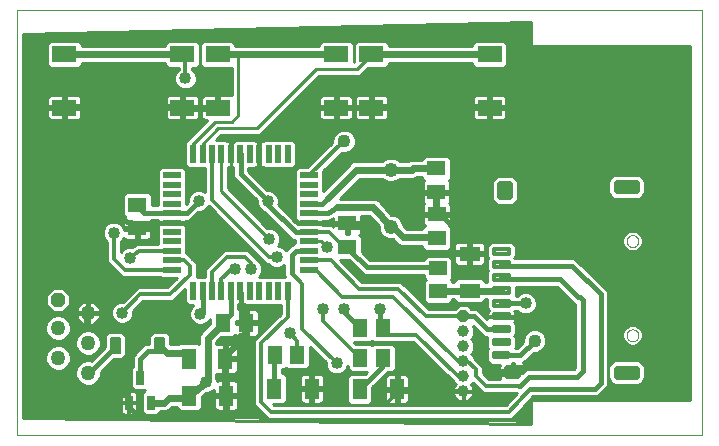
<source format=gtl>
G75*
%MOIN*%
%OFA0B0*%
%FSLAX25Y25*%
%IPPOS*%
%LPD*%
%AMOC8*
5,1,8,0,0,1.08239X$1,22.5*
%
%ADD10C,0.00000*%
%ADD11R,0.05118X0.05906*%
%ADD12R,0.05906X0.01969*%
%ADD13R,0.01969X0.05906*%
%ADD14R,0.06299X0.05118*%
%ADD15OC8,0.03962*%
%ADD16C,0.03962*%
%ADD17C,0.00540*%
%ADD18R,0.05000X0.07000*%
%ADD19R,0.05118X0.07087*%
%ADD20OC8,0.04750*%
%ADD21C,0.05000*%
%ADD22C,0.04800*%
%ADD23R,0.05906X0.05118*%
%ADD24R,0.07087X0.05118*%
%ADD25R,0.08268X0.05512*%
%ADD26C,0.01378*%
%ADD27C,0.02756*%
%ADD28C,0.02362*%
%ADD29R,0.05118X0.06299*%
%ADD30R,0.02559X0.04921*%
%ADD31C,0.01600*%
%ADD32C,0.02400*%
%ADD33C,0.01000*%
%ADD34C,0.04000*%
%ADD35C,0.01200*%
%ADD36C,0.04362*%
D10*
X0001200Y0026800D02*
X0001200Y0168532D01*
X0229546Y0168532D01*
X0229546Y0026800D01*
X0001200Y0026800D01*
X0204349Y0060147D02*
X0204351Y0060235D01*
X0204357Y0060323D01*
X0204367Y0060411D01*
X0204381Y0060499D01*
X0204398Y0060585D01*
X0204420Y0060671D01*
X0204445Y0060755D01*
X0204475Y0060839D01*
X0204507Y0060921D01*
X0204544Y0061001D01*
X0204584Y0061080D01*
X0204628Y0061157D01*
X0204675Y0061232D01*
X0204725Y0061304D01*
X0204779Y0061375D01*
X0204835Y0061442D01*
X0204895Y0061508D01*
X0204957Y0061570D01*
X0205023Y0061630D01*
X0205090Y0061686D01*
X0205161Y0061740D01*
X0205233Y0061790D01*
X0205308Y0061837D01*
X0205385Y0061881D01*
X0205464Y0061921D01*
X0205544Y0061958D01*
X0205626Y0061990D01*
X0205710Y0062020D01*
X0205794Y0062045D01*
X0205880Y0062067D01*
X0205966Y0062084D01*
X0206054Y0062098D01*
X0206142Y0062108D01*
X0206230Y0062114D01*
X0206318Y0062116D01*
X0206406Y0062114D01*
X0206494Y0062108D01*
X0206582Y0062098D01*
X0206670Y0062084D01*
X0206756Y0062067D01*
X0206842Y0062045D01*
X0206926Y0062020D01*
X0207010Y0061990D01*
X0207092Y0061958D01*
X0207172Y0061921D01*
X0207251Y0061881D01*
X0207328Y0061837D01*
X0207403Y0061790D01*
X0207475Y0061740D01*
X0207546Y0061686D01*
X0207613Y0061630D01*
X0207679Y0061570D01*
X0207741Y0061508D01*
X0207801Y0061442D01*
X0207857Y0061375D01*
X0207911Y0061304D01*
X0207961Y0061232D01*
X0208008Y0061157D01*
X0208052Y0061080D01*
X0208092Y0061001D01*
X0208129Y0060921D01*
X0208161Y0060839D01*
X0208191Y0060755D01*
X0208216Y0060671D01*
X0208238Y0060585D01*
X0208255Y0060499D01*
X0208269Y0060411D01*
X0208279Y0060323D01*
X0208285Y0060235D01*
X0208287Y0060147D01*
X0208285Y0060059D01*
X0208279Y0059971D01*
X0208269Y0059883D01*
X0208255Y0059795D01*
X0208238Y0059709D01*
X0208216Y0059623D01*
X0208191Y0059539D01*
X0208161Y0059455D01*
X0208129Y0059373D01*
X0208092Y0059293D01*
X0208052Y0059214D01*
X0208008Y0059137D01*
X0207961Y0059062D01*
X0207911Y0058990D01*
X0207857Y0058919D01*
X0207801Y0058852D01*
X0207741Y0058786D01*
X0207679Y0058724D01*
X0207613Y0058664D01*
X0207546Y0058608D01*
X0207475Y0058554D01*
X0207403Y0058504D01*
X0207328Y0058457D01*
X0207251Y0058413D01*
X0207172Y0058373D01*
X0207092Y0058336D01*
X0207010Y0058304D01*
X0206926Y0058274D01*
X0206842Y0058249D01*
X0206756Y0058227D01*
X0206670Y0058210D01*
X0206582Y0058196D01*
X0206494Y0058186D01*
X0206406Y0058180D01*
X0206318Y0058178D01*
X0206230Y0058180D01*
X0206142Y0058186D01*
X0206054Y0058196D01*
X0205966Y0058210D01*
X0205880Y0058227D01*
X0205794Y0058249D01*
X0205710Y0058274D01*
X0205626Y0058304D01*
X0205544Y0058336D01*
X0205464Y0058373D01*
X0205385Y0058413D01*
X0205308Y0058457D01*
X0205233Y0058504D01*
X0205161Y0058554D01*
X0205090Y0058608D01*
X0205023Y0058664D01*
X0204957Y0058724D01*
X0204895Y0058786D01*
X0204835Y0058852D01*
X0204779Y0058919D01*
X0204725Y0058990D01*
X0204675Y0059062D01*
X0204628Y0059137D01*
X0204584Y0059214D01*
X0204544Y0059293D01*
X0204507Y0059373D01*
X0204475Y0059455D01*
X0204445Y0059539D01*
X0204420Y0059623D01*
X0204398Y0059709D01*
X0204381Y0059795D01*
X0204367Y0059883D01*
X0204357Y0059971D01*
X0204351Y0060059D01*
X0204349Y0060147D01*
X0204349Y0091564D02*
X0204351Y0091652D01*
X0204357Y0091740D01*
X0204367Y0091828D01*
X0204381Y0091916D01*
X0204398Y0092002D01*
X0204420Y0092088D01*
X0204445Y0092172D01*
X0204475Y0092256D01*
X0204507Y0092338D01*
X0204544Y0092418D01*
X0204584Y0092497D01*
X0204628Y0092574D01*
X0204675Y0092649D01*
X0204725Y0092721D01*
X0204779Y0092792D01*
X0204835Y0092859D01*
X0204895Y0092925D01*
X0204957Y0092987D01*
X0205023Y0093047D01*
X0205090Y0093103D01*
X0205161Y0093157D01*
X0205233Y0093207D01*
X0205308Y0093254D01*
X0205385Y0093298D01*
X0205464Y0093338D01*
X0205544Y0093375D01*
X0205626Y0093407D01*
X0205710Y0093437D01*
X0205794Y0093462D01*
X0205880Y0093484D01*
X0205966Y0093501D01*
X0206054Y0093515D01*
X0206142Y0093525D01*
X0206230Y0093531D01*
X0206318Y0093533D01*
X0206406Y0093531D01*
X0206494Y0093525D01*
X0206582Y0093515D01*
X0206670Y0093501D01*
X0206756Y0093484D01*
X0206842Y0093462D01*
X0206926Y0093437D01*
X0207010Y0093407D01*
X0207092Y0093375D01*
X0207172Y0093338D01*
X0207251Y0093298D01*
X0207328Y0093254D01*
X0207403Y0093207D01*
X0207475Y0093157D01*
X0207546Y0093103D01*
X0207613Y0093047D01*
X0207679Y0092987D01*
X0207741Y0092925D01*
X0207801Y0092859D01*
X0207857Y0092792D01*
X0207911Y0092721D01*
X0207961Y0092649D01*
X0208008Y0092574D01*
X0208052Y0092497D01*
X0208092Y0092418D01*
X0208129Y0092338D01*
X0208161Y0092256D01*
X0208191Y0092172D01*
X0208216Y0092088D01*
X0208238Y0092002D01*
X0208255Y0091916D01*
X0208269Y0091828D01*
X0208279Y0091740D01*
X0208285Y0091652D01*
X0208287Y0091564D01*
X0208285Y0091476D01*
X0208279Y0091388D01*
X0208269Y0091300D01*
X0208255Y0091212D01*
X0208238Y0091126D01*
X0208216Y0091040D01*
X0208191Y0090956D01*
X0208161Y0090872D01*
X0208129Y0090790D01*
X0208092Y0090710D01*
X0208052Y0090631D01*
X0208008Y0090554D01*
X0207961Y0090479D01*
X0207911Y0090407D01*
X0207857Y0090336D01*
X0207801Y0090269D01*
X0207741Y0090203D01*
X0207679Y0090141D01*
X0207613Y0090081D01*
X0207546Y0090025D01*
X0207475Y0089971D01*
X0207403Y0089921D01*
X0207328Y0089874D01*
X0207251Y0089830D01*
X0207172Y0089790D01*
X0207092Y0089753D01*
X0207010Y0089721D01*
X0206926Y0089691D01*
X0206842Y0089666D01*
X0206756Y0089644D01*
X0206670Y0089627D01*
X0206582Y0089613D01*
X0206494Y0089603D01*
X0206406Y0089597D01*
X0206318Y0089595D01*
X0206230Y0089597D01*
X0206142Y0089603D01*
X0206054Y0089613D01*
X0205966Y0089627D01*
X0205880Y0089644D01*
X0205794Y0089666D01*
X0205710Y0089691D01*
X0205626Y0089721D01*
X0205544Y0089753D01*
X0205464Y0089790D01*
X0205385Y0089830D01*
X0205308Y0089874D01*
X0205233Y0089921D01*
X0205161Y0089971D01*
X0205090Y0090025D01*
X0205023Y0090081D01*
X0204957Y0090141D01*
X0204895Y0090203D01*
X0204835Y0090269D01*
X0204779Y0090336D01*
X0204725Y0090407D01*
X0204675Y0090479D01*
X0204628Y0090554D01*
X0204584Y0090631D01*
X0204544Y0090710D01*
X0204507Y0090790D01*
X0204475Y0090872D01*
X0204445Y0090956D01*
X0204420Y0091040D01*
X0204398Y0091126D01*
X0204381Y0091212D01*
X0204367Y0091300D01*
X0204357Y0091388D01*
X0204351Y0091476D01*
X0204349Y0091564D01*
D11*
X0123078Y0062430D03*
X0115598Y0062430D03*
X0115609Y0052670D03*
X0123090Y0052670D03*
X0094602Y0053481D03*
X0087121Y0053481D03*
D12*
X0098424Y0081989D03*
X0098424Y0085139D03*
X0098424Y0088288D03*
X0098424Y0091438D03*
X0098424Y0094587D03*
X0098424Y0097737D03*
X0098424Y0100887D03*
X0098424Y0104036D03*
X0098424Y0107186D03*
X0098424Y0110336D03*
X0098424Y0113485D03*
X0052755Y0113485D03*
X0052755Y0110336D03*
X0052755Y0107186D03*
X0052755Y0104036D03*
X0052755Y0100887D03*
X0052755Y0097737D03*
X0052755Y0094587D03*
X0052755Y0091438D03*
X0052755Y0088288D03*
X0052755Y0085139D03*
X0052755Y0081989D03*
D13*
X0059842Y0074902D03*
X0062991Y0074902D03*
X0066141Y0074902D03*
X0069291Y0074902D03*
X0072440Y0074902D03*
X0075590Y0074902D03*
X0078739Y0074902D03*
X0081889Y0074902D03*
X0085039Y0074902D03*
X0088188Y0074902D03*
X0091338Y0074902D03*
X0091338Y0120572D03*
X0088188Y0120572D03*
X0085039Y0120572D03*
X0081889Y0120572D03*
X0078739Y0120572D03*
X0075590Y0120572D03*
X0072440Y0120572D03*
X0069291Y0120572D03*
X0066141Y0120572D03*
X0062991Y0120572D03*
X0059842Y0120572D03*
D14*
X0041200Y0103737D03*
X0041200Y0095863D03*
X0111259Y0097485D03*
X0111259Y0089611D03*
X0141125Y0092674D03*
X0141125Y0100548D03*
X0140980Y0107918D03*
X0140980Y0115792D03*
D15*
X0149948Y0066493D03*
D16*
X0149948Y0061493D03*
X0149948Y0056493D03*
X0149948Y0051493D03*
X0149948Y0046493D03*
X0149948Y0041493D03*
D17*
X0050289Y0059217D02*
X0047229Y0059217D01*
X0050289Y0059217D02*
X0050289Y0054257D01*
X0047229Y0054257D01*
X0047229Y0059217D01*
X0047229Y0054796D02*
X0050289Y0054796D01*
X0050289Y0055335D02*
X0047229Y0055335D01*
X0047229Y0055874D02*
X0050289Y0055874D01*
X0050289Y0056413D02*
X0047229Y0056413D01*
X0047229Y0056952D02*
X0050289Y0056952D01*
X0050289Y0057491D02*
X0047229Y0057491D01*
X0047229Y0058030D02*
X0050289Y0058030D01*
X0050289Y0058569D02*
X0047229Y0058569D01*
X0047229Y0059108D02*
X0050289Y0059108D01*
X0035454Y0059217D02*
X0032394Y0059217D01*
X0035454Y0059217D02*
X0035454Y0054257D01*
X0032394Y0054257D01*
X0032394Y0059217D01*
X0032394Y0054796D02*
X0035454Y0054796D01*
X0035454Y0055335D02*
X0032394Y0055335D01*
X0032394Y0055874D02*
X0035454Y0055874D01*
X0035454Y0056413D02*
X0032394Y0056413D01*
X0032394Y0056952D02*
X0035454Y0056952D01*
X0035454Y0057491D02*
X0032394Y0057491D01*
X0032394Y0058030D02*
X0035454Y0058030D01*
X0035454Y0058569D02*
X0032394Y0058569D01*
X0032394Y0059108D02*
X0035454Y0059108D01*
D18*
X0086973Y0042410D03*
X0099420Y0042410D03*
X0115418Y0042190D03*
X0127865Y0042190D03*
D19*
X0070908Y0040052D03*
X0058634Y0040052D03*
X0058323Y0052300D03*
X0070597Y0052300D03*
D20*
X0014850Y0071935D03*
D21*
X0024850Y0067560D03*
X0014850Y0062560D03*
X0024850Y0057560D03*
X0014850Y0052560D03*
X0024850Y0047560D03*
D22*
X0125767Y0096300D03*
X0125767Y0115300D03*
D23*
X0141511Y0082469D03*
X0141511Y0074989D03*
D24*
X0151995Y0075073D03*
X0151995Y0087347D03*
D25*
X0158680Y0136052D03*
X0158680Y0153769D03*
X0119310Y0153769D03*
X0107499Y0153769D03*
X0107499Y0136052D03*
X0119310Y0136052D03*
X0068129Y0136052D03*
X0056318Y0136052D03*
X0056318Y0153769D03*
X0068129Y0153769D03*
X0016948Y0153769D03*
X0016948Y0136052D03*
D26*
X0160157Y0088788D02*
X0165077Y0088788D01*
X0165077Y0087410D01*
X0160157Y0087410D01*
X0160157Y0088788D01*
X0160157Y0088787D02*
X0165077Y0088787D01*
X0165077Y0084458D02*
X0160157Y0084458D01*
X0165077Y0084458D02*
X0165077Y0083080D01*
X0160157Y0083080D01*
X0160157Y0084458D01*
X0160157Y0084457D02*
X0165077Y0084457D01*
X0165077Y0078749D02*
X0160157Y0078749D01*
X0160157Y0080127D01*
X0165077Y0080127D01*
X0165077Y0078749D01*
X0165077Y0080126D02*
X0160157Y0080126D01*
X0160157Y0075796D02*
X0165077Y0075796D01*
X0165077Y0074418D01*
X0160157Y0074418D01*
X0160157Y0075796D01*
X0160157Y0075795D02*
X0165077Y0075795D01*
X0165077Y0071465D02*
X0160157Y0071465D01*
X0165077Y0071465D02*
X0165077Y0070087D01*
X0160157Y0070087D01*
X0160157Y0071465D01*
X0160157Y0071464D02*
X0165077Y0071464D01*
X0165077Y0067135D02*
X0160157Y0067135D01*
X0165077Y0067135D02*
X0165077Y0065757D01*
X0160157Y0065757D01*
X0160157Y0067135D01*
X0160157Y0067134D02*
X0165077Y0067134D01*
X0165077Y0062804D02*
X0160157Y0062804D01*
X0165077Y0062804D02*
X0165077Y0061426D01*
X0160157Y0061426D01*
X0160157Y0062804D01*
X0160157Y0062803D02*
X0165077Y0062803D01*
X0165077Y0057095D02*
X0160157Y0057095D01*
X0160157Y0058473D01*
X0165077Y0058473D01*
X0165077Y0057095D01*
X0165077Y0058472D02*
X0160157Y0058472D01*
X0160059Y0054143D02*
X0164979Y0054143D01*
X0164979Y0052765D01*
X0160059Y0052765D01*
X0160059Y0054143D01*
X0160059Y0054142D02*
X0164979Y0054142D01*
D27*
X0165176Y0106663D02*
X0165176Y0110205D01*
X0165176Y0106663D02*
X0162420Y0106663D01*
X0162420Y0110205D01*
X0165176Y0110205D01*
X0165176Y0109418D02*
X0162420Y0109418D01*
D28*
X0207499Y0108434D02*
X0207499Y0110796D01*
X0207499Y0108434D02*
X0201201Y0108434D01*
X0201201Y0110796D01*
X0207499Y0110796D01*
X0207499Y0110795D02*
X0201201Y0110795D01*
X0207499Y0048887D02*
X0207499Y0046525D01*
X0201201Y0046525D01*
X0201201Y0048887D01*
X0207499Y0048887D01*
X0207499Y0048886D02*
X0201201Y0048886D01*
X0167736Y0049280D02*
X0167736Y0046918D01*
X0164586Y0046918D01*
X0164586Y0049280D01*
X0167736Y0049280D01*
X0167736Y0049279D02*
X0164586Y0049279D01*
D29*
X0077637Y0064300D03*
X0069763Y0064300D03*
D30*
X0042200Y0045934D03*
X0038460Y0037666D03*
X0045940Y0037666D03*
D31*
X0041700Y0032800D02*
X0038700Y0035800D01*
X0038700Y0037426D01*
X0038460Y0037666D01*
X0038460Y0039162D01*
X0037221Y0040400D01*
X0024500Y0040400D01*
X0019900Y0045000D01*
X0019900Y0059800D01*
X0024300Y0064200D01*
X0024300Y0067500D01*
X0034100Y0056500D02*
X0025300Y0047700D01*
X0042200Y0045934D02*
X0042200Y0052300D01*
X0044700Y0054800D01*
X0048322Y0054800D01*
X0048759Y0056737D01*
X0062200Y0067300D02*
X0062991Y0068091D01*
X0062991Y0074902D01*
X0072400Y0073800D02*
X0072400Y0067200D01*
X0070500Y0065300D01*
X0075700Y0066500D02*
X0075700Y0074200D01*
X0077100Y0065300D02*
X0077637Y0064300D01*
X0087121Y0053481D02*
X0086973Y0053333D01*
X0086973Y0042410D01*
X0070500Y0041100D02*
X0070500Y0034600D01*
X0068700Y0032800D01*
X0041700Y0032800D01*
X0057882Y0039300D02*
X0058634Y0040052D01*
X0110200Y0067828D02*
X0115598Y0062430D01*
X0122200Y0062430D02*
X0123078Y0062430D01*
X0122200Y0062430D02*
X0122200Y0068800D01*
X0110200Y0068800D02*
X0110200Y0067828D01*
X0123070Y0052670D02*
X0122700Y0052300D01*
X0122700Y0049472D01*
X0115418Y0042190D01*
X0127865Y0042190D02*
X0128561Y0041493D01*
X0149948Y0041493D01*
X0162519Y0053454D02*
X0168854Y0053454D01*
X0173700Y0058300D01*
X0173200Y0051800D02*
X0182700Y0051800D01*
X0184700Y0053800D01*
X0184700Y0064800D01*
X0184200Y0064800D01*
X0182700Y0066300D01*
X0165200Y0066300D01*
X0165100Y0066400D01*
X0162617Y0070776D02*
X0162641Y0070800D01*
X0170700Y0070800D01*
X0162617Y0075107D02*
X0162583Y0075073D01*
X0163255Y0078800D02*
X0162617Y0079438D01*
X0163255Y0078800D02*
X0182200Y0078800D01*
X0188200Y0072800D01*
X0188700Y0072800D01*
X0189700Y0071800D01*
X0189700Y0048300D01*
X0187700Y0046300D01*
X0171700Y0046300D01*
X0168700Y0043300D01*
X0168400Y0043300D01*
X0172200Y0042300D02*
X0193700Y0042300D01*
X0195700Y0044300D01*
X0195700Y0073800D01*
X0186200Y0083300D01*
X0163086Y0083300D01*
X0162617Y0083769D01*
X0151900Y0087900D02*
X0146400Y0087900D01*
X0146400Y0096100D01*
X0142000Y0100500D01*
X0146400Y0087900D02*
X0126700Y0087900D01*
X0118500Y0096100D01*
X0112700Y0096100D01*
X0111063Y0097737D01*
X0098424Y0097737D01*
X0094763Y0097737D01*
X0090700Y0101800D01*
X0090700Y0105800D01*
X0081889Y0114611D01*
X0081889Y0120572D01*
X0081900Y0122500D02*
X0081900Y0125800D01*
X0073800Y0125800D01*
X0072400Y0124400D01*
X0072400Y0121100D01*
X0075700Y0120600D02*
X0075700Y0114000D01*
X0084800Y0104900D01*
X0084800Y0103700D01*
X0094000Y0094500D01*
X0098500Y0094500D01*
X0098424Y0088288D02*
X0094188Y0088288D01*
X0092700Y0086800D01*
X0092700Y0080800D01*
X0112200Y0088400D02*
X0117700Y0082900D01*
X0140900Y0082900D01*
X0151911Y0074989D02*
X0151995Y0075073D01*
X0153507Y0066493D02*
X0149948Y0066493D01*
X0153507Y0066493D02*
X0157885Y0062115D01*
X0162617Y0062115D01*
X0173200Y0051800D02*
X0170900Y0049500D01*
X0168400Y0049500D01*
X0123090Y0052670D02*
X0123070Y0052670D01*
X0112700Y0096100D02*
X0111200Y0096100D01*
X0111259Y0097485D02*
X0110007Y0097737D01*
X0107700Y0102800D02*
X0104787Y0100887D01*
X0098424Y0100887D01*
X0098424Y0104036D02*
X0102936Y0104036D01*
X0104700Y0105800D01*
X0119900Y0102800D02*
X0119900Y0102767D01*
X0132700Y0115300D02*
X0133200Y0115800D01*
X0119310Y0136052D02*
X0107499Y0136052D01*
X0061700Y0104900D02*
X0057800Y0100900D01*
X0052900Y0100900D01*
X0051300Y0101000D02*
X0043600Y0101000D01*
X0041900Y0102700D01*
X0043074Y0097737D02*
X0041200Y0095863D01*
X0040800Y0096100D02*
X0039000Y0097900D01*
X0037900Y0097900D01*
X0035300Y0100500D01*
X0035300Y0136300D01*
X0043074Y0097737D02*
X0052755Y0097737D01*
X0063200Y0097737D01*
X0063200Y0096800D01*
D32*
X0104700Y0105800D02*
X0114200Y0115300D01*
X0125767Y0115300D01*
X0132700Y0115300D01*
X0133200Y0115800D02*
X0140972Y0115800D01*
X0140980Y0115792D01*
X0140900Y0107100D02*
X0140900Y0101600D01*
X0140900Y0092800D02*
X0129900Y0092800D01*
X0126600Y0096100D01*
X0125767Y0096300D02*
X0119900Y0102767D01*
X0119900Y0102800D02*
X0107700Y0102800D01*
X0141511Y0074989D02*
X0151911Y0074989D01*
X0151995Y0075073D02*
X0162583Y0075073D01*
X0165100Y0047700D02*
X0158500Y0047700D01*
X0077100Y0058700D02*
X0076500Y0059100D01*
X0072600Y0055200D01*
X0070500Y0052100D02*
X0070500Y0041100D01*
X0064700Y0044800D02*
X0064518Y0044618D01*
X0064200Y0044618D01*
X0058634Y0040052D01*
X0057882Y0039300D02*
X0051700Y0039300D01*
X0050066Y0037666D01*
X0045940Y0037666D01*
X0058323Y0052300D02*
X0056200Y0054300D01*
X0051200Y0054300D01*
X0049263Y0056237D01*
X0048759Y0056737D01*
X0064700Y0059300D02*
X0064700Y0044800D01*
X0064700Y0059300D02*
X0069763Y0063863D01*
X0069763Y0064300D01*
X0077100Y0064200D02*
X0077100Y0058700D01*
X0068129Y0136052D02*
X0056318Y0136052D01*
X0056070Y0136300D01*
X0035300Y0136300D01*
X0015700Y0136300D01*
X0015948Y0136052D01*
X0016948Y0136052D01*
X0016948Y0153769D02*
X0056318Y0153769D01*
X0068129Y0153769D02*
X0074900Y0153769D01*
X0107499Y0153769D01*
X0119310Y0153769D02*
X0158680Y0153769D01*
D33*
X0164514Y0153611D02*
X0225609Y0153611D01*
X0225609Y0152613D02*
X0164514Y0152613D01*
X0164514Y0151614D02*
X0225609Y0151614D01*
X0225609Y0150616D02*
X0164514Y0150616D01*
X0164514Y0150309D02*
X0164514Y0157229D01*
X0163518Y0158224D01*
X0153842Y0158224D01*
X0152846Y0157229D01*
X0152846Y0156669D01*
X0125144Y0156669D01*
X0125144Y0157229D01*
X0124148Y0158224D01*
X0114472Y0158224D01*
X0113476Y0157229D01*
X0113476Y0151100D01*
X0113333Y0151100D01*
X0113333Y0157229D01*
X0112337Y0158224D01*
X0102661Y0158224D01*
X0101665Y0157229D01*
X0101665Y0156669D01*
X0073963Y0156669D01*
X0073963Y0157229D01*
X0072967Y0158224D01*
X0063291Y0158224D01*
X0062295Y0157229D01*
X0062295Y0150309D01*
X0063291Y0149313D01*
X0072700Y0149313D01*
X0072700Y0140244D01*
X0072460Y0140308D01*
X0068629Y0140308D01*
X0068629Y0136552D01*
X0067629Y0136552D01*
X0067629Y0135552D01*
X0062495Y0135552D01*
X0062495Y0133099D01*
X0062598Y0132717D01*
X0062795Y0132375D01*
X0063074Y0132096D01*
X0063416Y0131898D01*
X0063798Y0131796D01*
X0064585Y0131796D01*
X0057300Y0124511D01*
X0057300Y0124371D01*
X0057157Y0124229D01*
X0057157Y0121497D01*
X0057119Y0121403D01*
X0057157Y0121310D01*
X0057157Y0116915D01*
X0058153Y0115919D01*
X0063859Y0115919D01*
X0063890Y0107943D01*
X0063796Y0108037D01*
X0062436Y0108600D01*
X0060964Y0108600D01*
X0059604Y0108037D01*
X0058563Y0106996D01*
X0058000Y0105636D01*
X0058000Y0104686D01*
X0057408Y0104079D01*
X0057408Y0115174D01*
X0056412Y0116169D01*
X0049098Y0116169D01*
X0048102Y0115174D01*
X0048102Y0103500D01*
X0046050Y0103500D01*
X0046050Y0107000D01*
X0045054Y0107996D01*
X0037346Y0107996D01*
X0036350Y0107000D01*
X0036350Y0100474D01*
X0037175Y0099649D01*
X0037129Y0099622D01*
X0036850Y0099343D01*
X0036653Y0099001D01*
X0036550Y0098620D01*
X0036550Y0096363D01*
X0040700Y0096363D01*
X0040700Y0095363D01*
X0041700Y0095363D01*
X0041700Y0091804D01*
X0044547Y0091804D01*
X0044929Y0091906D01*
X0045271Y0092104D01*
X0045550Y0092383D01*
X0045747Y0092725D01*
X0045850Y0093107D01*
X0045850Y0095363D01*
X0041700Y0095363D01*
X0041700Y0096363D01*
X0045850Y0096363D01*
X0045850Y0098500D01*
X0048302Y0098500D01*
X0048302Y0097737D01*
X0048302Y0096555D01*
X0048319Y0096493D01*
X0048102Y0096276D01*
X0048102Y0090588D01*
X0045720Y0090588D01*
X0045160Y0090593D01*
X0045153Y0090600D01*
X0044209Y0090600D01*
X0043265Y0090607D01*
X0043258Y0090600D01*
X0041804Y0090600D01*
X0040959Y0090677D01*
X0040867Y0090600D01*
X0040747Y0090600D01*
X0040147Y0090000D01*
X0039510Y0089469D01*
X0039436Y0089500D01*
X0037964Y0089500D01*
X0036604Y0088937D01*
X0035700Y0088033D01*
X0035700Y0091367D01*
X0036537Y0092204D01*
X0036711Y0092624D01*
X0036850Y0092383D01*
X0037129Y0092104D01*
X0037471Y0091906D01*
X0037853Y0091804D01*
X0040700Y0091804D01*
X0040700Y0095363D01*
X0036965Y0095363D01*
X0036537Y0096396D01*
X0035496Y0097437D01*
X0034136Y0098000D01*
X0032664Y0098000D01*
X0031304Y0097437D01*
X0030263Y0096396D01*
X0029700Y0095036D01*
X0029700Y0093564D01*
X0030263Y0092204D01*
X0031100Y0091367D01*
X0031100Y0084647D01*
X0032447Y0083300D01*
X0036058Y0079689D01*
X0048714Y0079689D01*
X0049098Y0079305D01*
X0054452Y0079305D01*
X0051247Y0076100D01*
X0041347Y0076100D01*
X0036647Y0071400D01*
X0035464Y0071400D01*
X0034104Y0070837D01*
X0033063Y0069796D01*
X0032500Y0068436D01*
X0032500Y0066964D01*
X0033063Y0065604D01*
X0034104Y0064563D01*
X0035464Y0064000D01*
X0036936Y0064000D01*
X0038296Y0064563D01*
X0039337Y0065604D01*
X0039900Y0066964D01*
X0039900Y0068147D01*
X0043253Y0071500D01*
X0053153Y0071500D01*
X0054500Y0072847D01*
X0057157Y0075505D01*
X0057157Y0071246D01*
X0058153Y0070250D01*
X0059917Y0070250D01*
X0059063Y0069396D01*
X0058500Y0068036D01*
X0058500Y0066564D01*
X0059063Y0065204D01*
X0060104Y0064163D01*
X0061464Y0063600D01*
X0062936Y0063600D01*
X0064296Y0064163D01*
X0065337Y0065204D01*
X0065504Y0065608D01*
X0065504Y0063929D01*
X0063129Y0061788D01*
X0063057Y0061759D01*
X0062703Y0061404D01*
X0062330Y0061068D01*
X0062297Y0060998D01*
X0062241Y0060943D01*
X0062050Y0060479D01*
X0061834Y0060027D01*
X0061830Y0059949D01*
X0061800Y0059877D01*
X0061800Y0059375D01*
X0061774Y0058874D01*
X0061800Y0058801D01*
X0061800Y0057330D01*
X0061586Y0057543D01*
X0055060Y0057543D01*
X0054717Y0057200D01*
X0052401Y0057200D01*
X0052259Y0057342D01*
X0052259Y0060033D01*
X0051105Y0061187D01*
X0046413Y0061187D01*
X0045259Y0060033D01*
X0045259Y0057300D01*
X0044203Y0057300D01*
X0043284Y0056919D01*
X0040081Y0053716D01*
X0039700Y0052797D01*
X0039700Y0049578D01*
X0039220Y0049099D01*
X0039220Y0042769D01*
X0040216Y0041773D01*
X0043903Y0041773D01*
X0042961Y0040831D01*
X0042961Y0034501D01*
X0043956Y0033506D01*
X0047924Y0033506D01*
X0048920Y0034501D01*
X0048920Y0034766D01*
X0050643Y0034766D01*
X0051709Y0035208D01*
X0052901Y0036400D01*
X0054375Y0036400D01*
X0054375Y0035805D01*
X0055371Y0034809D01*
X0061897Y0034809D01*
X0062893Y0035805D01*
X0062893Y0039795D01*
X0064262Y0040918D01*
X0064936Y0040918D01*
X0066296Y0041481D01*
X0066849Y0042034D01*
X0066849Y0040552D01*
X0070408Y0040552D01*
X0070408Y0045095D01*
X0068151Y0045095D01*
X0067900Y0045028D01*
X0067900Y0045354D01*
X0067600Y0046078D01*
X0067600Y0047321D01*
X0067840Y0047257D01*
X0070097Y0047257D01*
X0070097Y0051800D01*
X0071097Y0051800D01*
X0071097Y0052800D01*
X0074656Y0052800D01*
X0074656Y0056041D01*
X0074554Y0056422D01*
X0074356Y0056764D01*
X0074077Y0057044D01*
X0073735Y0057241D01*
X0073353Y0057343D01*
X0071097Y0057343D01*
X0071097Y0052800D01*
X0070097Y0052800D01*
X0070097Y0057343D01*
X0067840Y0057343D01*
X0067600Y0057279D01*
X0067600Y0058010D01*
X0069199Y0059450D01*
X0073026Y0059450D01*
X0073851Y0060275D01*
X0073878Y0060229D01*
X0074157Y0059950D01*
X0074499Y0059753D01*
X0074880Y0059650D01*
X0077137Y0059650D01*
X0077137Y0063800D01*
X0078137Y0063800D01*
X0078137Y0059650D01*
X0080394Y0059650D01*
X0080775Y0059753D01*
X0081117Y0059950D01*
X0081396Y0060229D01*
X0081594Y0060572D01*
X0081696Y0060953D01*
X0081696Y0063800D01*
X0078137Y0063800D01*
X0078137Y0064800D01*
X0081696Y0064800D01*
X0081696Y0067647D01*
X0081594Y0068029D01*
X0081396Y0068371D01*
X0081117Y0068650D01*
X0080775Y0068847D01*
X0080394Y0068950D01*
X0078137Y0068950D01*
X0078137Y0064800D01*
X0077137Y0064800D01*
X0074022Y0064800D01*
X0074022Y0063800D01*
X0077137Y0063800D01*
X0077137Y0064800D01*
X0077137Y0068950D01*
X0074900Y0068950D01*
X0074900Y0070450D01*
X0075590Y0070450D01*
X0076771Y0070450D01*
X0076834Y0070466D01*
X0077051Y0070250D01*
X0089100Y0070250D01*
X0089100Y0067353D01*
X0081647Y0059900D01*
X0080300Y0058553D01*
X0080300Y0036847D01*
X0083600Y0033547D01*
X0084947Y0032200D01*
X0164210Y0032200D01*
X0164256Y0032158D01*
X0165154Y0032200D01*
X0166053Y0032200D01*
X0166097Y0032244D01*
X0166160Y0032247D01*
X0166765Y0032912D01*
X0167400Y0033547D01*
X0167400Y0033610D01*
X0173035Y0039800D01*
X0194197Y0039800D01*
X0195116Y0040181D01*
X0197116Y0042181D01*
X0197819Y0042884D01*
X0198200Y0043803D01*
X0198200Y0074297D01*
X0197819Y0075216D01*
X0188319Y0084716D01*
X0187616Y0085419D01*
X0186697Y0085800D01*
X0167114Y0085800D01*
X0166980Y0085934D01*
X0167467Y0086421D01*
X0167467Y0089778D01*
X0166067Y0091177D01*
X0159167Y0091177D01*
X0157768Y0089778D01*
X0157768Y0086421D01*
X0158255Y0085934D01*
X0157768Y0085447D01*
X0157768Y0082090D01*
X0158255Y0081603D01*
X0157768Y0081116D01*
X0157768Y0077973D01*
X0157239Y0077973D01*
X0157239Y0078336D01*
X0156243Y0079332D01*
X0147748Y0079332D01*
X0146752Y0078336D01*
X0146752Y0077889D01*
X0146164Y0077889D01*
X0146164Y0078252D01*
X0145687Y0078729D01*
X0146164Y0079206D01*
X0146164Y0085733D01*
X0145168Y0086728D01*
X0137854Y0086728D01*
X0136858Y0085733D01*
X0136858Y0085400D01*
X0118736Y0085400D01*
X0116109Y0088027D01*
X0116109Y0092874D01*
X0115284Y0093699D01*
X0115330Y0093726D01*
X0115609Y0094005D01*
X0115806Y0094347D01*
X0115909Y0094729D01*
X0115909Y0096985D01*
X0111759Y0096985D01*
X0111759Y0093870D01*
X0110759Y0093870D01*
X0110759Y0096985D01*
X0111759Y0096985D01*
X0111759Y0097985D01*
X0115909Y0097985D01*
X0115909Y0099900D01*
X0118585Y0099900D01*
X0121667Y0096503D01*
X0121667Y0095485D01*
X0122291Y0093978D01*
X0123444Y0092824D01*
X0124951Y0092200D01*
X0126399Y0092200D01*
X0128257Y0090342D01*
X0129323Y0089900D01*
X0136276Y0089900D01*
X0136276Y0089411D01*
X0137271Y0088415D01*
X0144979Y0088415D01*
X0145975Y0089411D01*
X0145975Y0095937D01*
X0145150Y0096762D01*
X0145196Y0096789D01*
X0145475Y0097068D01*
X0145673Y0097410D01*
X0145775Y0097792D01*
X0145775Y0100048D01*
X0141625Y0100048D01*
X0141625Y0101048D01*
X0140625Y0101048D01*
X0140625Y0100048D01*
X0136476Y0100048D01*
X0136476Y0097792D01*
X0136578Y0097410D01*
X0136775Y0097068D01*
X0137055Y0096789D01*
X0137101Y0096762D01*
X0136276Y0095937D01*
X0136276Y0095700D01*
X0131101Y0095700D01*
X0129867Y0096934D01*
X0129867Y0097116D01*
X0129243Y0098623D01*
X0128089Y0099776D01*
X0126582Y0100400D01*
X0125963Y0100400D01*
X0122412Y0104315D01*
X0122358Y0104443D01*
X0121677Y0105124D01*
X0121660Y0105143D01*
X0121657Y0105144D01*
X0121543Y0105259D01*
X0120477Y0105700D01*
X0108701Y0105700D01*
X0115401Y0112400D01*
X0122869Y0112400D01*
X0123444Y0111824D01*
X0124951Y0111200D01*
X0126582Y0111200D01*
X0128089Y0111824D01*
X0128665Y0112400D01*
X0133277Y0112400D01*
X0134343Y0112842D01*
X0134401Y0112900D01*
X0136130Y0112900D01*
X0136130Y0112529D01*
X0136955Y0111704D01*
X0136909Y0111678D01*
X0136630Y0111398D01*
X0136432Y0111056D01*
X0136330Y0110675D01*
X0113676Y0110675D01*
X0112678Y0109677D02*
X0136330Y0109677D01*
X0136330Y0110675D02*
X0136330Y0108418D01*
X0140479Y0108418D01*
X0140479Y0107418D01*
X0136330Y0107418D01*
X0136330Y0105162D01*
X0136432Y0104780D01*
X0136630Y0104438D01*
X0136907Y0104160D01*
X0136775Y0104028D01*
X0136578Y0103686D01*
X0136476Y0103305D01*
X0136476Y0101048D01*
X0140625Y0101048D01*
X0140625Y0104607D01*
X0140480Y0104607D01*
X0140480Y0107418D01*
X0141479Y0107418D01*
X0141479Y0103859D01*
X0141625Y0103859D01*
X0141625Y0101048D01*
X0145775Y0101048D01*
X0145775Y0103305D01*
X0145673Y0103686D01*
X0145475Y0104028D01*
X0145197Y0104306D01*
X0145329Y0104438D01*
X0145527Y0104780D01*
X0145629Y0105162D01*
X0145629Y0107418D01*
X0141480Y0107418D01*
X0141480Y0108418D01*
X0145629Y0108418D01*
X0145629Y0110675D01*
X0159343Y0110675D01*
X0159343Y0110818D02*
X0159343Y0106050D01*
X0159811Y0104919D01*
X0160677Y0104053D01*
X0161808Y0103584D01*
X0165789Y0103584D01*
X0166920Y0104053D01*
X0167786Y0104919D01*
X0168254Y0106050D01*
X0168254Y0110818D01*
X0167786Y0111949D01*
X0166920Y0112815D01*
X0165789Y0113284D01*
X0161808Y0113284D01*
X0160677Y0112815D01*
X0159811Y0111949D01*
X0159343Y0110818D01*
X0159697Y0111674D02*
X0145054Y0111674D01*
X0145050Y0111678D02*
X0145004Y0111704D01*
X0145829Y0112529D01*
X0145829Y0119055D01*
X0144833Y0120051D01*
X0137126Y0120051D01*
X0136130Y0119055D01*
X0136130Y0118700D01*
X0132623Y0118700D01*
X0131557Y0118259D01*
X0131499Y0118200D01*
X0128665Y0118200D01*
X0128089Y0118776D01*
X0126582Y0119400D01*
X0124951Y0119400D01*
X0123444Y0118776D01*
X0122869Y0118200D01*
X0113623Y0118200D01*
X0112557Y0117759D01*
X0111741Y0116943D01*
X0103077Y0108278D01*
X0103077Y0114766D01*
X0109480Y0120919D01*
X0110972Y0120919D01*
X0112398Y0121510D01*
X0113490Y0122602D01*
X0114081Y0124028D01*
X0114081Y0125572D01*
X0113490Y0126999D01*
X0112398Y0128090D01*
X0110972Y0128681D01*
X0109428Y0128681D01*
X0108002Y0128090D01*
X0106910Y0126999D01*
X0106319Y0125572D01*
X0106319Y0124261D01*
X0097898Y0116169D01*
X0094767Y0116169D01*
X0093772Y0115174D01*
X0093772Y0099198D01*
X0093988Y0098981D01*
X0093972Y0098919D01*
X0093972Y0098064D01*
X0088245Y0103790D01*
X0088400Y0104164D01*
X0088400Y0105636D01*
X0087837Y0106996D01*
X0086796Y0108037D01*
X0085436Y0108600D01*
X0084636Y0108600D01*
X0078200Y0115036D01*
X0078200Y0115919D01*
X0080428Y0115919D01*
X0080645Y0116136D01*
X0080707Y0116119D01*
X0081889Y0116119D01*
X0083071Y0116119D01*
X0083133Y0116136D01*
X0083350Y0115919D01*
X0093026Y0115919D01*
X0094022Y0116915D01*
X0094022Y0124229D01*
X0093026Y0125224D01*
X0083350Y0125224D01*
X0083133Y0125008D01*
X0083071Y0125024D01*
X0081889Y0125024D01*
X0080707Y0125024D01*
X0080645Y0125008D01*
X0080428Y0125224D01*
X0073901Y0125224D01*
X0073685Y0125008D01*
X0073622Y0125024D01*
X0072440Y0125024D01*
X0071258Y0125024D01*
X0071196Y0125008D01*
X0070979Y0125224D01*
X0067536Y0125224D01*
X0069211Y0126900D01*
X0082011Y0126900D01*
X0101811Y0146700D01*
X0115411Y0146700D01*
X0118024Y0149313D01*
X0124148Y0149313D01*
X0125144Y0150309D01*
X0125144Y0150869D01*
X0152846Y0150869D01*
X0152846Y0150309D01*
X0153842Y0149313D01*
X0163518Y0149313D01*
X0164514Y0150309D01*
X0163823Y0149617D02*
X0225609Y0149617D01*
X0225609Y0148618D02*
X0117330Y0148618D01*
X0116331Y0147620D02*
X0225609Y0147620D01*
X0225609Y0146621D02*
X0101733Y0146621D01*
X0100734Y0145623D02*
X0225609Y0145623D01*
X0225609Y0144624D02*
X0099736Y0144624D01*
X0098737Y0143626D02*
X0225609Y0143626D01*
X0225609Y0142627D02*
X0097739Y0142627D01*
X0096740Y0141629D02*
X0225609Y0141629D01*
X0225609Y0140630D02*
X0095742Y0140630D01*
X0094743Y0139632D02*
X0102109Y0139632D01*
X0102165Y0139729D02*
X0101968Y0139387D01*
X0101865Y0139005D01*
X0101865Y0136552D01*
X0106999Y0136552D01*
X0106999Y0135552D01*
X0101865Y0135552D01*
X0101865Y0133099D01*
X0101968Y0132717D01*
X0102165Y0132375D01*
X0102444Y0132096D01*
X0102786Y0131898D01*
X0103168Y0131796D01*
X0106999Y0131796D01*
X0106999Y0135552D01*
X0107999Y0135552D01*
X0107999Y0131796D01*
X0111831Y0131796D01*
X0112212Y0131898D01*
X0112554Y0132096D01*
X0112833Y0132375D01*
X0113031Y0132717D01*
X0113133Y0133099D01*
X0113133Y0135552D01*
X0107999Y0135552D01*
X0107999Y0136552D01*
X0106999Y0136552D01*
X0106999Y0140308D01*
X0103168Y0140308D01*
X0102786Y0140206D01*
X0102444Y0140008D01*
X0102165Y0139729D01*
X0101865Y0138633D02*
X0093745Y0138633D01*
X0092746Y0137635D02*
X0101865Y0137635D01*
X0101865Y0136636D02*
X0091748Y0136636D01*
X0091800Y0135700D02*
X0106800Y0135700D01*
X0107499Y0136052D01*
X0106999Y0135638D02*
X0090749Y0135638D01*
X0091800Y0135700D02*
X0081900Y0125800D01*
X0081889Y0125024D02*
X0081889Y0120572D01*
X0081889Y0120572D01*
X0081889Y0125024D01*
X0081889Y0124654D02*
X0081889Y0124654D01*
X0081889Y0123656D02*
X0081889Y0123656D01*
X0081889Y0122657D02*
X0081889Y0122657D01*
X0081900Y0122500D02*
X0081889Y0120572D01*
X0081889Y0116119D01*
X0081889Y0120572D01*
X0081889Y0120572D01*
X0081889Y0120660D02*
X0081889Y0120660D01*
X0081889Y0119662D02*
X0081889Y0119662D01*
X0081889Y0118663D02*
X0081889Y0118663D01*
X0081889Y0117665D02*
X0081889Y0117665D01*
X0081889Y0116666D02*
X0081889Y0116666D01*
X0078200Y0115668D02*
X0094266Y0115668D01*
X0093773Y0116666D02*
X0098415Y0116666D01*
X0099455Y0117665D02*
X0094022Y0117665D01*
X0094022Y0118663D02*
X0100494Y0118663D01*
X0101533Y0119662D02*
X0094022Y0119662D01*
X0094022Y0120660D02*
X0102572Y0120660D01*
X0103611Y0121659D02*
X0094022Y0121659D01*
X0094022Y0122657D02*
X0104650Y0122657D01*
X0105689Y0123656D02*
X0094022Y0123656D01*
X0093596Y0124654D02*
X0106319Y0124654D01*
X0106352Y0125653D02*
X0067964Y0125653D01*
X0068962Y0126651D02*
X0106766Y0126651D01*
X0107561Y0127650D02*
X0082761Y0127650D01*
X0083759Y0128648D02*
X0109348Y0128648D01*
X0111052Y0128648D02*
X0225609Y0128648D01*
X0225609Y0127650D02*
X0112839Y0127650D01*
X0113634Y0126651D02*
X0225609Y0126651D01*
X0225609Y0125653D02*
X0114048Y0125653D01*
X0114081Y0124654D02*
X0225609Y0124654D01*
X0225609Y0123656D02*
X0113927Y0123656D01*
X0113513Y0122657D02*
X0225609Y0122657D01*
X0225609Y0121659D02*
X0112547Y0121659D01*
X0109211Y0120660D02*
X0225609Y0120660D01*
X0225609Y0119662D02*
X0145223Y0119662D01*
X0145829Y0118663D02*
X0225609Y0118663D01*
X0225609Y0117665D02*
X0145829Y0117665D01*
X0145829Y0116666D02*
X0225609Y0116666D01*
X0225609Y0115668D02*
X0145829Y0115668D01*
X0145829Y0114669D02*
X0225609Y0114669D01*
X0225609Y0113671D02*
X0208088Y0113671D01*
X0208072Y0113677D02*
X0209131Y0113239D01*
X0209942Y0112428D01*
X0210380Y0111369D01*
X0210380Y0107861D01*
X0209942Y0106802D01*
X0209131Y0105991D01*
X0208072Y0105553D01*
X0200627Y0105553D01*
X0199568Y0105991D01*
X0198758Y0106802D01*
X0198319Y0107861D01*
X0198319Y0111369D01*
X0198758Y0112428D01*
X0199568Y0113239D01*
X0200627Y0113677D01*
X0208072Y0113677D01*
X0209698Y0112672D02*
X0225609Y0112672D01*
X0225609Y0111674D02*
X0210254Y0111674D01*
X0210380Y0110675D02*
X0225609Y0110675D01*
X0225609Y0109677D02*
X0210380Y0109677D01*
X0210380Y0108678D02*
X0225609Y0108678D01*
X0225609Y0107680D02*
X0210305Y0107680D01*
X0209821Y0106681D02*
X0225609Y0106681D01*
X0225609Y0105682D02*
X0208385Y0105682D01*
X0200314Y0105682D02*
X0168102Y0105682D01*
X0168254Y0106681D02*
X0198878Y0106681D01*
X0198394Y0107680D02*
X0168254Y0107680D01*
X0168254Y0108678D02*
X0198319Y0108678D01*
X0198319Y0109677D02*
X0168254Y0109677D01*
X0168254Y0110675D02*
X0198319Y0110675D01*
X0198445Y0111674D02*
X0167900Y0111674D01*
X0167063Y0112672D02*
X0199001Y0112672D01*
X0200611Y0113671D02*
X0145829Y0113671D01*
X0145829Y0112672D02*
X0160534Y0112672D01*
X0159343Y0109677D02*
X0145629Y0109677D01*
X0145629Y0110675D02*
X0145527Y0111056D01*
X0145329Y0111398D01*
X0145050Y0111678D01*
X0145629Y0108678D02*
X0159343Y0108678D01*
X0159343Y0107680D02*
X0141480Y0107680D01*
X0140980Y0107918D02*
X0142000Y0108200D01*
X0140980Y0107918D02*
X0140900Y0107100D01*
X0140480Y0106681D02*
X0141479Y0106681D01*
X0141479Y0105682D02*
X0140480Y0105682D01*
X0140480Y0104684D02*
X0141479Y0104684D01*
X0141625Y0103685D02*
X0140625Y0103685D01*
X0140625Y0102687D02*
X0141625Y0102687D01*
X0141625Y0101688D02*
X0140625Y0101688D01*
X0140900Y0101600D02*
X0141125Y0100548D01*
X0142000Y0100500D01*
X0141625Y0100690D02*
X0225609Y0100690D01*
X0225609Y0101688D02*
X0145775Y0101688D01*
X0145775Y0102687D02*
X0225609Y0102687D01*
X0225609Y0103685D02*
X0166033Y0103685D01*
X0167551Y0104684D02*
X0225609Y0104684D01*
X0225609Y0099691D02*
X0145775Y0099691D01*
X0145775Y0098693D02*
X0225609Y0098693D01*
X0225609Y0097694D02*
X0145749Y0097694D01*
X0145216Y0096696D02*
X0225609Y0096696D01*
X0225609Y0095697D02*
X0145975Y0095697D01*
X0145975Y0094699D02*
X0204823Y0094699D01*
X0204353Y0094504D02*
X0203378Y0093529D01*
X0202850Y0092254D01*
X0202850Y0090874D01*
X0203378Y0089599D01*
X0204353Y0088623D01*
X0205628Y0088095D01*
X0207008Y0088095D01*
X0208283Y0088623D01*
X0209259Y0089599D01*
X0209787Y0090874D01*
X0209787Y0092254D01*
X0209259Y0093529D01*
X0208283Y0094504D01*
X0207008Y0095032D01*
X0205628Y0095032D01*
X0204353Y0094504D01*
X0203549Y0093700D02*
X0145975Y0093700D01*
X0145975Y0092702D02*
X0203035Y0092702D01*
X0202850Y0091703D02*
X0145975Y0091703D01*
X0145975Y0090705D02*
X0147181Y0090705D01*
X0147252Y0090827D02*
X0147054Y0090485D01*
X0146952Y0090103D01*
X0146952Y0087847D01*
X0151495Y0087847D01*
X0151495Y0091406D01*
X0148254Y0091406D01*
X0147873Y0091303D01*
X0147531Y0091106D01*
X0147252Y0090827D01*
X0146952Y0089706D02*
X0145975Y0089706D01*
X0145272Y0088708D02*
X0146952Y0088708D01*
X0146952Y0086847D02*
X0146952Y0084590D01*
X0147054Y0084209D01*
X0147252Y0083866D01*
X0147531Y0083587D01*
X0147873Y0083390D01*
X0148254Y0083288D01*
X0151495Y0083288D01*
X0151495Y0086847D01*
X0146952Y0086847D01*
X0146952Y0086711D02*
X0145186Y0086711D01*
X0146164Y0085712D02*
X0146952Y0085712D01*
X0146952Y0084714D02*
X0146164Y0084714D01*
X0146164Y0083715D02*
X0147403Y0083715D01*
X0146164Y0082717D02*
X0157768Y0082717D01*
X0157768Y0083715D02*
X0156588Y0083715D01*
X0156460Y0083587D02*
X0156739Y0083866D01*
X0156936Y0084209D01*
X0157039Y0084590D01*
X0157039Y0086847D01*
X0152495Y0086847D01*
X0152495Y0087847D01*
X0151495Y0087847D01*
X0151495Y0086847D01*
X0152495Y0086847D01*
X0152495Y0083288D01*
X0155736Y0083288D01*
X0156118Y0083390D01*
X0156460Y0083587D01*
X0157039Y0084714D02*
X0157768Y0084714D01*
X0158033Y0085712D02*
X0157039Y0085712D01*
X0157039Y0086711D02*
X0157768Y0086711D01*
X0157768Y0087709D02*
X0152495Y0087709D01*
X0152495Y0087847D02*
X0157039Y0087847D01*
X0157039Y0090103D01*
X0156936Y0090485D01*
X0156739Y0090827D01*
X0156460Y0091106D01*
X0156118Y0091303D01*
X0155736Y0091406D01*
X0152495Y0091406D01*
X0152495Y0087847D01*
X0151900Y0087900D02*
X0151995Y0087347D01*
X0151495Y0087709D02*
X0116426Y0087709D01*
X0116109Y0088708D02*
X0136979Y0088708D01*
X0136276Y0089706D02*
X0116109Y0089706D01*
X0116109Y0090705D02*
X0127894Y0090705D01*
X0126896Y0091703D02*
X0116109Y0091703D01*
X0116109Y0092702D02*
X0123740Y0092702D01*
X0122568Y0093700D02*
X0115286Y0093700D01*
X0115901Y0094699D02*
X0121992Y0094699D01*
X0121667Y0095697D02*
X0115909Y0095697D01*
X0115909Y0096696D02*
X0121492Y0096696D01*
X0120586Y0097694D02*
X0111759Y0097694D01*
X0111259Y0097485D02*
X0111200Y0096100D01*
X0110759Y0095697D02*
X0111759Y0095697D01*
X0111759Y0094699D02*
X0110759Y0094699D01*
X0110759Y0096696D02*
X0111759Y0096696D01*
X0110759Y0096985D02*
X0106609Y0096985D01*
X0106609Y0096243D01*
X0106053Y0096800D01*
X0102877Y0096800D01*
X0102877Y0097737D01*
X0098425Y0097737D01*
X0098425Y0097737D01*
X0102877Y0097737D01*
X0102877Y0098387D01*
X0104530Y0098387D01*
X0104766Y0098338D01*
X0105023Y0098387D01*
X0105284Y0098387D01*
X0105507Y0098479D01*
X0105743Y0098524D01*
X0105962Y0098667D01*
X0106203Y0098767D01*
X0106373Y0098938D01*
X0106609Y0099093D01*
X0106609Y0097985D01*
X0110759Y0097985D01*
X0110759Y0096985D01*
X0110759Y0097694D02*
X0102877Y0097694D01*
X0106023Y0098693D02*
X0106609Y0098693D01*
X0106609Y0096696D02*
X0106157Y0096696D01*
X0102400Y0091700D02*
X0104600Y0089500D01*
X0102400Y0091700D02*
X0099100Y0091700D01*
X0098424Y0091438D01*
X0098500Y0094500D02*
X0098424Y0094587D01*
X0099600Y0094500D01*
X0098424Y0097737D02*
X0094299Y0097737D01*
X0094298Y0097737D01*
X0098424Y0097737D01*
X0098424Y0097737D01*
X0093972Y0098693D02*
X0093343Y0098693D01*
X0093772Y0099691D02*
X0092344Y0099691D01*
X0091346Y0100690D02*
X0093772Y0100690D01*
X0093772Y0101688D02*
X0090347Y0101688D01*
X0089349Y0102687D02*
X0093772Y0102687D01*
X0093772Y0103685D02*
X0088350Y0103685D01*
X0088400Y0104684D02*
X0093772Y0104684D01*
X0093772Y0105682D02*
X0088381Y0105682D01*
X0087967Y0106681D02*
X0093772Y0106681D01*
X0093772Y0107680D02*
X0087153Y0107680D01*
X0084558Y0108678D02*
X0093772Y0108678D01*
X0093772Y0109677D02*
X0083559Y0109677D01*
X0082561Y0110675D02*
X0093772Y0110675D01*
X0093772Y0111674D02*
X0081562Y0111674D01*
X0080564Y0112672D02*
X0093772Y0112672D01*
X0093772Y0113671D02*
X0079565Y0113671D01*
X0078567Y0114669D02*
X0093772Y0114669D01*
X0103077Y0114669D02*
X0109468Y0114669D01*
X0110466Y0115668D02*
X0104015Y0115668D01*
X0105054Y0116666D02*
X0111465Y0116666D01*
X0112463Y0117665D02*
X0106094Y0117665D01*
X0107133Y0118663D02*
X0123332Y0118663D01*
X0128202Y0118663D02*
X0132534Y0118663D01*
X0136736Y0119662D02*
X0108172Y0119662D01*
X0108469Y0113671D02*
X0103077Y0113671D01*
X0103077Y0112672D02*
X0107471Y0112672D01*
X0106472Y0111674D02*
X0103077Y0111674D01*
X0103077Y0110675D02*
X0105474Y0110675D01*
X0104475Y0109677D02*
X0103077Y0109677D01*
X0103077Y0108678D02*
X0103477Y0108678D01*
X0109682Y0106681D02*
X0136330Y0106681D01*
X0136330Y0105682D02*
X0120519Y0105682D01*
X0122117Y0104684D02*
X0136488Y0104684D01*
X0136578Y0103685D02*
X0122982Y0103685D01*
X0123888Y0102687D02*
X0136476Y0102687D01*
X0136476Y0101688D02*
X0124794Y0101688D01*
X0125700Y0100690D02*
X0140625Y0100690D01*
X0136476Y0099691D02*
X0128174Y0099691D01*
X0129172Y0098693D02*
X0136476Y0098693D01*
X0136502Y0097694D02*
X0129627Y0097694D01*
X0130105Y0096696D02*
X0137034Y0096696D01*
X0140900Y0092800D02*
X0141125Y0092674D01*
X0137836Y0086711D02*
X0117425Y0086711D01*
X0118423Y0085712D02*
X0136858Y0085712D01*
X0140900Y0082900D02*
X0141511Y0082469D01*
X0146164Y0081718D02*
X0158140Y0081718D01*
X0157768Y0080720D02*
X0146164Y0080720D01*
X0146164Y0079721D02*
X0157768Y0079721D01*
X0157768Y0078723D02*
X0156852Y0078723D01*
X0162617Y0079438D02*
X0163400Y0079000D01*
X0167467Y0076300D02*
X0181164Y0076300D01*
X0186784Y0070681D01*
X0187200Y0070508D01*
X0187200Y0049336D01*
X0186664Y0048800D01*
X0171203Y0048800D01*
X0170284Y0048419D01*
X0169581Y0047716D01*
X0169464Y0047599D01*
X0166661Y0047599D01*
X0166661Y0048599D01*
X0170417Y0048599D01*
X0170417Y0049544D01*
X0170313Y0050062D01*
X0170111Y0050550D01*
X0169818Y0050990D01*
X0169706Y0051101D01*
X0170270Y0051334D01*
X0173354Y0054419D01*
X0174472Y0054419D01*
X0175898Y0055010D01*
X0176990Y0056102D01*
X0177581Y0057528D01*
X0177581Y0059072D01*
X0176990Y0060499D01*
X0175898Y0061590D01*
X0174472Y0062181D01*
X0172928Y0062181D01*
X0171502Y0061590D01*
X0170410Y0060499D01*
X0169819Y0059072D01*
X0169819Y0057955D01*
X0167818Y0055954D01*
X0167315Y0055954D01*
X0167467Y0056106D01*
X0167467Y0059463D01*
X0166980Y0059950D01*
X0167467Y0060437D01*
X0167467Y0063794D01*
X0166836Y0064424D01*
X0167118Y0064912D01*
X0167267Y0065469D01*
X0167267Y0066257D01*
X0162806Y0066257D01*
X0162806Y0066635D01*
X0167267Y0066635D01*
X0167267Y0067423D01*
X0167118Y0067980D01*
X0166933Y0068300D01*
X0167967Y0068300D01*
X0168604Y0067663D01*
X0169964Y0067100D01*
X0171436Y0067100D01*
X0172796Y0067663D01*
X0173837Y0068704D01*
X0174400Y0070064D01*
X0174400Y0071536D01*
X0173837Y0072896D01*
X0172796Y0073937D01*
X0171436Y0074500D01*
X0169964Y0074500D01*
X0168604Y0073937D01*
X0167967Y0073300D01*
X0167338Y0073300D01*
X0167467Y0073429D01*
X0167467Y0076300D01*
X0167467Y0075727D02*
X0181737Y0075727D01*
X0182736Y0074729D02*
X0167467Y0074729D01*
X0167467Y0073730D02*
X0168397Y0073730D01*
X0173003Y0073730D02*
X0183734Y0073730D01*
X0184733Y0072732D02*
X0173905Y0072732D01*
X0174318Y0071733D02*
X0185731Y0071733D01*
X0186730Y0070735D02*
X0174400Y0070735D01*
X0174264Y0069736D02*
X0187200Y0069736D01*
X0187200Y0068738D02*
X0173851Y0068738D01*
X0172872Y0067739D02*
X0187200Y0067739D01*
X0187200Y0066741D02*
X0167267Y0066741D01*
X0167267Y0065742D02*
X0187200Y0065742D01*
X0187200Y0064744D02*
X0167021Y0064744D01*
X0167467Y0063745D02*
X0187200Y0063745D01*
X0187200Y0062747D02*
X0167467Y0062747D01*
X0167467Y0061748D02*
X0171882Y0061748D01*
X0170661Y0060749D02*
X0167467Y0060749D01*
X0167179Y0059751D02*
X0170100Y0059751D01*
X0169819Y0058752D02*
X0167467Y0058752D01*
X0167467Y0057754D02*
X0169618Y0057754D01*
X0168620Y0056755D02*
X0167467Y0056755D01*
X0171697Y0052761D02*
X0187200Y0052761D01*
X0187200Y0051763D02*
X0170698Y0051763D01*
X0169968Y0050764D02*
X0187200Y0050764D01*
X0187200Y0049766D02*
X0170372Y0049766D01*
X0170417Y0048767D02*
X0171124Y0048767D01*
X0169633Y0047769D02*
X0166661Y0047769D01*
X0166161Y0048099D02*
X0165100Y0047700D01*
X0165661Y0047769D02*
X0156400Y0047769D01*
X0156400Y0047553D02*
X0156400Y0049753D01*
X0153526Y0052627D01*
X0153518Y0052731D01*
X0153366Y0052861D01*
X0153069Y0053578D01*
X0152654Y0053993D01*
X0153069Y0054408D01*
X0153629Y0055761D01*
X0153629Y0057225D01*
X0153069Y0058578D01*
X0152654Y0058993D01*
X0153069Y0059408D01*
X0153629Y0060761D01*
X0153629Y0062225D01*
X0153198Y0063267D01*
X0156469Y0059996D01*
X0157388Y0059615D01*
X0157920Y0059615D01*
X0157768Y0059463D01*
X0157768Y0056106D01*
X0158205Y0055668D01*
X0157669Y0055132D01*
X0157669Y0051775D01*
X0159069Y0050376D01*
X0162138Y0050376D01*
X0162008Y0050062D01*
X0161905Y0049544D01*
X0161905Y0048599D01*
X0165661Y0048599D01*
X0165661Y0050376D01*
X0165969Y0050376D01*
X0166547Y0050954D01*
X0166661Y0050954D01*
X0166661Y0048599D01*
X0165661Y0048599D01*
X0165661Y0047599D01*
X0161905Y0047599D01*
X0161905Y0046654D01*
X0162008Y0046136D01*
X0162210Y0045648D01*
X0162242Y0045600D01*
X0158353Y0045600D01*
X0156400Y0047553D01*
X0157182Y0046770D02*
X0161905Y0046770D01*
X0162159Y0045772D02*
X0158181Y0045772D01*
X0154671Y0042776D02*
X0153184Y0042776D01*
X0153295Y0042508D02*
X0153033Y0043142D01*
X0152652Y0043712D01*
X0152512Y0043852D01*
X0153054Y0044393D01*
X0153147Y0044300D01*
X0156447Y0041000D01*
X0167420Y0041000D01*
X0167773Y0040854D01*
X0164083Y0036800D01*
X0086853Y0036800D01*
X0086442Y0037210D01*
X0090177Y0037210D01*
X0091173Y0038206D01*
X0091173Y0046614D01*
X0090177Y0047610D01*
X0089473Y0047610D01*
X0089473Y0048828D01*
X0090384Y0048828D01*
X0090861Y0049305D01*
X0091338Y0048828D01*
X0097865Y0048828D01*
X0098861Y0049824D01*
X0098861Y0056387D01*
X0104000Y0051247D01*
X0104000Y0050064D01*
X0104563Y0048704D01*
X0105604Y0047663D01*
X0106964Y0047100D01*
X0108436Y0047100D01*
X0109796Y0047663D01*
X0110837Y0048704D01*
X0111350Y0049944D01*
X0111350Y0049013D01*
X0112346Y0048017D01*
X0117710Y0048017D01*
X0117082Y0047390D01*
X0112214Y0047390D01*
X0111218Y0046394D01*
X0111218Y0037986D01*
X0112214Y0036990D01*
X0118622Y0036990D01*
X0119618Y0037986D01*
X0119618Y0042854D01*
X0124781Y0048017D01*
X0126353Y0048017D01*
X0127349Y0049013D01*
X0127349Y0056327D01*
X0126353Y0057323D01*
X0119827Y0057323D01*
X0119350Y0056846D01*
X0118873Y0057323D01*
X0113930Y0057323D01*
X0113475Y0057777D01*
X0118861Y0057777D01*
X0119338Y0058254D01*
X0119815Y0057777D01*
X0126341Y0057777D01*
X0126564Y0058000D01*
X0133247Y0058000D01*
X0145707Y0045540D01*
X0146819Y0044429D01*
X0146827Y0044408D01*
X0147384Y0043852D01*
X0147244Y0043712D01*
X0146863Y0043142D01*
X0146601Y0042508D01*
X0146467Y0041836D01*
X0146467Y0041584D01*
X0149857Y0041584D01*
X0149857Y0041402D01*
X0150039Y0041402D01*
X0150039Y0041584D01*
X0153429Y0041584D01*
X0153429Y0041836D01*
X0153295Y0042508D01*
X0153429Y0041778D02*
X0155670Y0041778D01*
X0153429Y0041402D02*
X0150039Y0041402D01*
X0150039Y0038012D01*
X0150291Y0038012D01*
X0150963Y0038146D01*
X0151597Y0038408D01*
X0152167Y0038789D01*
X0152652Y0039274D01*
X0153033Y0039844D01*
X0153295Y0040478D01*
X0153429Y0041150D01*
X0153429Y0041402D01*
X0153355Y0040779D02*
X0167706Y0040779D01*
X0166797Y0039781D02*
X0152991Y0039781D01*
X0152157Y0038782D02*
X0165888Y0038782D01*
X0164979Y0037784D02*
X0131573Y0037784D01*
X0131565Y0037769D02*
X0131762Y0038111D01*
X0131865Y0038492D01*
X0131865Y0041690D01*
X0128365Y0041690D01*
X0128365Y0042690D01*
X0131865Y0042690D01*
X0131865Y0045887D01*
X0131762Y0046269D01*
X0131565Y0046611D01*
X0131286Y0046890D01*
X0130944Y0047088D01*
X0130562Y0047190D01*
X0128365Y0047190D01*
X0128365Y0042690D01*
X0127365Y0042690D01*
X0127365Y0047190D01*
X0125167Y0047190D01*
X0124786Y0047088D01*
X0124444Y0046890D01*
X0124164Y0046611D01*
X0123967Y0046269D01*
X0123865Y0045887D01*
X0123865Y0042690D01*
X0127365Y0042690D01*
X0127365Y0041690D01*
X0128365Y0041690D01*
X0128365Y0037190D01*
X0130562Y0037190D01*
X0130944Y0037292D01*
X0131286Y0037490D01*
X0131565Y0037769D01*
X0131865Y0038782D02*
X0147739Y0038782D01*
X0147729Y0038789D02*
X0148299Y0038408D01*
X0148933Y0038146D01*
X0149605Y0038012D01*
X0149857Y0038012D01*
X0149857Y0041402D01*
X0146467Y0041402D01*
X0146467Y0041150D01*
X0146601Y0040478D01*
X0146863Y0039844D01*
X0147244Y0039274D01*
X0147729Y0038789D01*
X0146905Y0039781D02*
X0131865Y0039781D01*
X0131865Y0040779D02*
X0146541Y0040779D01*
X0146467Y0041778D02*
X0128365Y0041778D01*
X0127865Y0042190D02*
X0127700Y0041100D01*
X0123500Y0036900D01*
X0112200Y0036900D01*
X0106800Y0042200D01*
X0100200Y0042200D01*
X0099420Y0042410D01*
X0099920Y0042776D02*
X0111218Y0042776D01*
X0111218Y0041778D02*
X0103420Y0041778D01*
X0103420Y0041910D02*
X0099920Y0041910D01*
X0099920Y0042910D01*
X0103420Y0042910D01*
X0103420Y0046108D01*
X0103317Y0046489D01*
X0103120Y0046831D01*
X0102841Y0047111D01*
X0102499Y0047308D01*
X0102117Y0047410D01*
X0099920Y0047410D01*
X0099920Y0042910D01*
X0098920Y0042910D01*
X0098920Y0041910D01*
X0099920Y0041910D01*
X0099920Y0037410D01*
X0102117Y0037410D01*
X0102499Y0037513D01*
X0102841Y0037710D01*
X0103120Y0037989D01*
X0103317Y0038331D01*
X0103420Y0038713D01*
X0103420Y0041910D01*
X0103420Y0040779D02*
X0111218Y0040779D01*
X0111218Y0039781D02*
X0103420Y0039781D01*
X0103420Y0038782D02*
X0111218Y0038782D01*
X0111420Y0037784D02*
X0102914Y0037784D01*
X0099920Y0037784D02*
X0098920Y0037784D01*
X0098920Y0037410D02*
X0096722Y0037410D01*
X0096341Y0037513D01*
X0095999Y0037710D01*
X0095719Y0037989D01*
X0095522Y0038331D01*
X0095420Y0038713D01*
X0095420Y0041910D01*
X0098920Y0041910D01*
X0098920Y0037410D01*
X0098920Y0038782D02*
X0099920Y0038782D01*
X0099920Y0039781D02*
X0098920Y0039781D01*
X0098920Y0040779D02*
X0099920Y0040779D01*
X0099920Y0041778D02*
X0098920Y0041778D01*
X0098920Y0042776D02*
X0091173Y0042776D01*
X0091173Y0041778D02*
X0095420Y0041778D01*
X0095420Y0040779D02*
X0091173Y0040779D01*
X0091173Y0039781D02*
X0095420Y0039781D01*
X0095420Y0038782D02*
X0091173Y0038782D01*
X0090750Y0037784D02*
X0095925Y0037784D01*
X0095420Y0042910D02*
X0098920Y0042910D01*
X0098920Y0047410D01*
X0096722Y0047410D01*
X0096341Y0047308D01*
X0095999Y0047111D01*
X0095719Y0046831D01*
X0095522Y0046489D01*
X0095420Y0046108D01*
X0095420Y0042910D01*
X0095420Y0043775D02*
X0091173Y0043775D01*
X0091173Y0044773D02*
X0095420Y0044773D01*
X0095420Y0045772D02*
X0091173Y0045772D01*
X0091017Y0046770D02*
X0095684Y0046770D01*
X0098920Y0046770D02*
X0099920Y0046770D01*
X0099920Y0045772D02*
X0098920Y0045772D01*
X0098920Y0044773D02*
X0099920Y0044773D01*
X0099920Y0043775D02*
X0098920Y0043775D01*
X0103420Y0043775D02*
X0111218Y0043775D01*
X0111218Y0044773D02*
X0103420Y0044773D01*
X0103420Y0045772D02*
X0111218Y0045772D01*
X0111594Y0046770D02*
X0103155Y0046770D01*
X0104537Y0048767D02*
X0089473Y0048767D01*
X0089473Y0047769D02*
X0105499Y0047769D01*
X0104124Y0049766D02*
X0098802Y0049766D01*
X0098861Y0050764D02*
X0104000Y0050764D01*
X0103485Y0051763D02*
X0098861Y0051763D01*
X0098861Y0052761D02*
X0102486Y0052761D01*
X0101487Y0053760D02*
X0098861Y0053760D01*
X0098861Y0054758D02*
X0100489Y0054758D01*
X0099490Y0055757D02*
X0098861Y0055757D01*
X0109901Y0047769D02*
X0117461Y0047769D01*
X0121537Y0044773D02*
X0123865Y0044773D01*
X0123865Y0043775D02*
X0120538Y0043775D01*
X0119618Y0042776D02*
X0123865Y0042776D01*
X0123865Y0041690D02*
X0123865Y0038492D01*
X0123967Y0038111D01*
X0124164Y0037769D01*
X0124444Y0037490D01*
X0124786Y0037292D01*
X0125167Y0037190D01*
X0127365Y0037190D01*
X0127365Y0041690D01*
X0123865Y0041690D01*
X0123865Y0040779D02*
X0119618Y0040779D01*
X0119618Y0039781D02*
X0123865Y0039781D01*
X0123865Y0038782D02*
X0119618Y0038782D01*
X0119416Y0037784D02*
X0124156Y0037784D01*
X0127365Y0037784D02*
X0128365Y0037784D01*
X0128365Y0038782D02*
X0127365Y0038782D01*
X0127365Y0039781D02*
X0128365Y0039781D01*
X0128365Y0040779D02*
X0127365Y0040779D01*
X0127365Y0041778D02*
X0119618Y0041778D01*
X0122535Y0045772D02*
X0123865Y0045772D01*
X0123534Y0046770D02*
X0124324Y0046770D01*
X0124532Y0047769D02*
X0143479Y0047769D01*
X0144477Y0046770D02*
X0131405Y0046770D01*
X0131865Y0045772D02*
X0145476Y0045772D01*
X0146474Y0044773D02*
X0131865Y0044773D01*
X0131865Y0043775D02*
X0147307Y0043775D01*
X0146712Y0042776D02*
X0131865Y0042776D01*
X0128365Y0042776D02*
X0127365Y0042776D01*
X0127365Y0043775D02*
X0128365Y0043775D01*
X0128365Y0044773D02*
X0127365Y0044773D01*
X0127365Y0045772D02*
X0128365Y0045772D01*
X0128365Y0046770D02*
X0127365Y0046770D01*
X0127103Y0048767D02*
X0142480Y0048767D01*
X0141482Y0049766D02*
X0127349Y0049766D01*
X0127349Y0050764D02*
X0140483Y0050764D01*
X0139485Y0051763D02*
X0127349Y0051763D01*
X0127349Y0052761D02*
X0138486Y0052761D01*
X0137488Y0053760D02*
X0127349Y0053760D01*
X0127349Y0054758D02*
X0136489Y0054758D01*
X0135490Y0055757D02*
X0127349Y0055757D01*
X0126920Y0056755D02*
X0134492Y0056755D01*
X0133493Y0057754D02*
X0113499Y0057754D01*
X0111350Y0049766D02*
X0111276Y0049766D01*
X0111596Y0048767D02*
X0110863Y0048767D01*
X0087489Y0065742D02*
X0081696Y0065742D01*
X0081696Y0066741D02*
X0088488Y0066741D01*
X0089100Y0067739D02*
X0081671Y0067739D01*
X0080965Y0068738D02*
X0089100Y0068738D01*
X0089100Y0069736D02*
X0074900Y0069736D01*
X0075590Y0070450D02*
X0075590Y0074902D01*
X0075590Y0070450D01*
X0075590Y0070735D02*
X0075590Y0070735D01*
X0075590Y0071733D02*
X0075590Y0071733D01*
X0075590Y0072732D02*
X0075590Y0072732D01*
X0075590Y0073730D02*
X0075590Y0073730D01*
X0075700Y0074200D02*
X0075590Y0074902D01*
X0075590Y0074902D01*
X0075590Y0074729D02*
X0075590Y0074729D01*
X0072700Y0075200D02*
X0072440Y0074902D01*
X0072400Y0073800D01*
X0077137Y0068738D02*
X0078137Y0068738D01*
X0078137Y0067739D02*
X0077137Y0067739D01*
X0077137Y0066741D02*
X0078137Y0066741D01*
X0078137Y0065742D02*
X0077137Y0065742D01*
X0077100Y0065300D02*
X0075700Y0066500D01*
X0077137Y0064744D02*
X0074022Y0064744D01*
X0077100Y0064200D02*
X0077637Y0064300D01*
X0078137Y0064744D02*
X0086491Y0064744D01*
X0085492Y0063745D02*
X0081696Y0063745D01*
X0081696Y0062747D02*
X0084494Y0062747D01*
X0083495Y0061748D02*
X0081696Y0061748D01*
X0081642Y0060749D02*
X0082497Y0060749D01*
X0081498Y0059751D02*
X0080769Y0059751D01*
X0080500Y0058752D02*
X0068424Y0058752D01*
X0067600Y0057754D02*
X0080300Y0057754D01*
X0080300Y0056755D02*
X0074361Y0056755D01*
X0074656Y0055757D02*
X0080300Y0055757D01*
X0080300Y0054758D02*
X0074656Y0054758D01*
X0074656Y0053760D02*
X0080300Y0053760D01*
X0080300Y0052761D02*
X0071097Y0052761D01*
X0070597Y0052300D02*
X0072600Y0055200D01*
X0071097Y0054758D02*
X0070097Y0054758D01*
X0070097Y0053760D02*
X0071097Y0053760D01*
X0070597Y0052300D02*
X0070500Y0052100D01*
X0070097Y0051763D02*
X0071097Y0051763D01*
X0071097Y0051800D02*
X0071097Y0047257D01*
X0073353Y0047257D01*
X0073735Y0047359D01*
X0074077Y0047556D01*
X0074356Y0047836D01*
X0074554Y0048178D01*
X0074656Y0048559D01*
X0074656Y0051800D01*
X0071097Y0051800D01*
X0071097Y0050764D02*
X0070097Y0050764D01*
X0070097Y0049766D02*
X0071097Y0049766D01*
X0071097Y0048767D02*
X0070097Y0048767D01*
X0070097Y0047769D02*
X0071097Y0047769D01*
X0074289Y0047769D02*
X0080300Y0047769D01*
X0080300Y0048767D02*
X0074656Y0048767D01*
X0074656Y0049766D02*
X0080300Y0049766D01*
X0080300Y0050764D02*
X0074656Y0050764D01*
X0074656Y0051763D02*
X0080300Y0051763D01*
X0080300Y0046770D02*
X0067600Y0046770D01*
X0067727Y0045772D02*
X0080300Y0045772D01*
X0080300Y0044773D02*
X0074410Y0044773D01*
X0074388Y0044796D02*
X0074046Y0044993D01*
X0073664Y0045095D01*
X0071408Y0045095D01*
X0071408Y0040552D01*
X0074967Y0040552D01*
X0074967Y0043793D01*
X0074865Y0044174D01*
X0074667Y0044516D01*
X0074388Y0044796D01*
X0074967Y0043775D02*
X0080300Y0043775D01*
X0080300Y0042776D02*
X0074967Y0042776D01*
X0074967Y0041778D02*
X0080300Y0041778D01*
X0080300Y0040779D02*
X0074967Y0040779D01*
X0074967Y0039552D02*
X0071408Y0039552D01*
X0071408Y0040552D01*
X0070408Y0040552D01*
X0070408Y0039552D01*
X0071408Y0039552D01*
X0071408Y0035009D01*
X0073664Y0035009D01*
X0074046Y0035111D01*
X0074388Y0035308D01*
X0074667Y0035588D01*
X0074865Y0035930D01*
X0074967Y0036311D01*
X0074967Y0039552D01*
X0074967Y0038782D02*
X0080300Y0038782D01*
X0080300Y0037784D02*
X0074967Y0037784D01*
X0074967Y0036785D02*
X0080362Y0036785D01*
X0081361Y0035787D02*
X0074782Y0035787D01*
X0071408Y0035787D02*
X0070408Y0035787D01*
X0070408Y0035009D02*
X0068151Y0035009D01*
X0067770Y0035111D01*
X0067428Y0035308D01*
X0067149Y0035588D01*
X0066951Y0035930D01*
X0066849Y0036311D01*
X0066849Y0039552D01*
X0070408Y0039552D01*
X0070408Y0035009D01*
X0070408Y0036785D02*
X0071408Y0036785D01*
X0071408Y0037784D02*
X0070408Y0037784D01*
X0070408Y0038782D02*
X0071408Y0038782D01*
X0071408Y0039781D02*
X0080300Y0039781D01*
X0082359Y0034788D02*
X0050696Y0034788D01*
X0052288Y0035787D02*
X0054393Y0035787D01*
X0048208Y0033790D02*
X0083358Y0033790D01*
X0084356Y0032791D02*
X0003169Y0032791D01*
X0003169Y0032706D02*
X0003169Y0160658D01*
X0172460Y0164595D01*
X0172429Y0164595D01*
X0172460Y0164595D02*
X0172460Y0156721D01*
X0225609Y0156721D01*
X0225609Y0038611D01*
X0172460Y0038611D01*
X0172460Y0030737D01*
X0003169Y0032706D01*
X0003169Y0033790D02*
X0036669Y0033790D01*
X0036601Y0033808D02*
X0036983Y0033706D01*
X0038320Y0033706D01*
X0038320Y0037526D01*
X0038600Y0037526D01*
X0038600Y0037806D01*
X0041239Y0037806D01*
X0041239Y0040324D01*
X0041137Y0040706D01*
X0040940Y0041048D01*
X0040660Y0041327D01*
X0040318Y0041525D01*
X0039937Y0041627D01*
X0038600Y0041627D01*
X0038600Y0037806D01*
X0038320Y0037806D01*
X0038320Y0037526D01*
X0035680Y0037526D01*
X0035680Y0035008D01*
X0035783Y0034627D01*
X0035980Y0034285D01*
X0036259Y0034005D01*
X0036601Y0033808D01*
X0035739Y0034788D02*
X0003169Y0034788D01*
X0003169Y0035787D02*
X0035680Y0035787D01*
X0035680Y0036785D02*
X0003169Y0036785D01*
X0003169Y0037784D02*
X0038320Y0037784D01*
X0038320Y0037806D02*
X0035680Y0037806D01*
X0035680Y0040324D01*
X0035783Y0040706D01*
X0035980Y0041048D01*
X0036259Y0041327D01*
X0036601Y0041525D01*
X0036983Y0041627D01*
X0038320Y0041627D01*
X0038320Y0037806D01*
X0038600Y0037784D02*
X0042961Y0037784D01*
X0042961Y0038782D02*
X0041239Y0038782D01*
X0041239Y0039781D02*
X0042961Y0039781D01*
X0042961Y0040779D02*
X0041095Y0040779D01*
X0040212Y0041778D02*
X0003169Y0041778D01*
X0003169Y0042776D02*
X0039220Y0042776D01*
X0039220Y0043775D02*
X0026687Y0043775D01*
X0027229Y0043999D02*
X0025685Y0043360D01*
X0024014Y0043360D01*
X0022470Y0043999D01*
X0021289Y0045181D01*
X0020650Y0046724D01*
X0020650Y0048395D01*
X0021289Y0049939D01*
X0022470Y0051121D01*
X0024014Y0051760D01*
X0025685Y0051760D01*
X0025784Y0051719D01*
X0030424Y0056360D01*
X0030424Y0060033D01*
X0031578Y0061187D01*
X0036270Y0061187D01*
X0037424Y0060033D01*
X0037424Y0053441D01*
X0036270Y0052287D01*
X0033423Y0052287D01*
X0029050Y0047914D01*
X0029050Y0046724D01*
X0028410Y0045181D01*
X0027229Y0043999D01*
X0028003Y0044773D02*
X0039220Y0044773D01*
X0039220Y0045772D02*
X0028655Y0045772D01*
X0029050Y0046770D02*
X0039220Y0046770D01*
X0039220Y0047769D02*
X0029050Y0047769D01*
X0029903Y0048767D02*
X0039220Y0048767D01*
X0039700Y0049766D02*
X0030901Y0049766D01*
X0031900Y0050764D02*
X0039700Y0050764D01*
X0039700Y0051763D02*
X0032898Y0051763D01*
X0036745Y0052761D02*
X0039700Y0052761D01*
X0040124Y0053760D02*
X0037424Y0053760D01*
X0037424Y0054758D02*
X0041123Y0054758D01*
X0042121Y0055757D02*
X0037424Y0055757D01*
X0037424Y0056755D02*
X0043120Y0056755D01*
X0045259Y0057754D02*
X0037424Y0057754D01*
X0037424Y0058752D02*
X0045259Y0058752D01*
X0045259Y0059751D02*
X0037424Y0059751D01*
X0036708Y0060749D02*
X0045975Y0060749D01*
X0051543Y0060749D02*
X0062161Y0060749D01*
X0061800Y0059751D02*
X0052259Y0059751D01*
X0052259Y0058752D02*
X0061800Y0058752D01*
X0061800Y0057754D02*
X0052259Y0057754D01*
X0059524Y0064744D02*
X0038476Y0064744D01*
X0039394Y0065742D02*
X0058841Y0065742D01*
X0058500Y0066741D02*
X0039807Y0066741D01*
X0039900Y0067739D02*
X0058500Y0067739D01*
X0058791Y0068738D02*
X0040490Y0068738D01*
X0041489Y0069736D02*
X0059403Y0069736D01*
X0057668Y0070735D02*
X0042487Y0070735D01*
X0038977Y0073730D02*
X0018817Y0073730D01*
X0018924Y0073623D02*
X0016537Y0076010D01*
X0013162Y0076010D01*
X0010775Y0073623D01*
X0010775Y0070247D01*
X0013162Y0067860D01*
X0016537Y0067860D01*
X0018924Y0070247D01*
X0018924Y0073623D01*
X0018924Y0072732D02*
X0037979Y0072732D01*
X0036980Y0071733D02*
X0018924Y0071733D01*
X0018924Y0070735D02*
X0022401Y0070735D01*
X0022300Y0070667D02*
X0021743Y0070110D01*
X0021305Y0069455D01*
X0021003Y0068727D01*
X0020850Y0067954D01*
X0020850Y0067847D01*
X0024562Y0067847D01*
X0024562Y0067273D01*
X0020850Y0067273D01*
X0020850Y0067166D01*
X0021003Y0066393D01*
X0021305Y0065665D01*
X0021743Y0065010D01*
X0022300Y0064453D01*
X0022955Y0064015D01*
X0023683Y0063714D01*
X0024456Y0063560D01*
X0024562Y0063560D01*
X0024562Y0067272D01*
X0025137Y0067272D01*
X0025137Y0063560D01*
X0025244Y0063560D01*
X0026016Y0063714D01*
X0026744Y0064015D01*
X0027399Y0064453D01*
X0027957Y0065010D01*
X0028394Y0065665D01*
X0028696Y0066393D01*
X0028850Y0067166D01*
X0028850Y0067273D01*
X0025137Y0067273D01*
X0025137Y0067847D01*
X0028850Y0067847D01*
X0028850Y0067954D01*
X0028696Y0068727D01*
X0028394Y0069455D01*
X0027957Y0070110D01*
X0027399Y0070667D01*
X0026744Y0071105D01*
X0026016Y0071406D01*
X0025244Y0071560D01*
X0025137Y0071560D01*
X0025137Y0067847D01*
X0024562Y0067847D01*
X0024562Y0071560D01*
X0024456Y0071560D01*
X0023683Y0071406D01*
X0022955Y0071105D01*
X0022300Y0070667D01*
X0021493Y0069736D02*
X0018413Y0069736D01*
X0017415Y0068738D02*
X0021008Y0068738D01*
X0020934Y0066741D02*
X0015732Y0066741D01*
X0015685Y0066760D02*
X0014014Y0066760D01*
X0012470Y0066121D01*
X0011289Y0064939D01*
X0010650Y0063395D01*
X0010650Y0061724D01*
X0011289Y0060181D01*
X0012470Y0058999D01*
X0014014Y0058360D01*
X0015685Y0058360D01*
X0017229Y0058999D01*
X0018410Y0060181D01*
X0019050Y0061724D01*
X0019050Y0063395D01*
X0018410Y0064939D01*
X0017229Y0066121D01*
X0015685Y0066760D01*
X0013967Y0066741D02*
X0003169Y0066741D01*
X0003169Y0067739D02*
X0024562Y0067739D01*
X0024850Y0067560D02*
X0024300Y0067500D01*
X0024562Y0066741D02*
X0025137Y0066741D01*
X0025137Y0067739D02*
X0032500Y0067739D01*
X0032593Y0066741D02*
X0028765Y0066741D01*
X0028426Y0065742D02*
X0033006Y0065742D01*
X0033924Y0064744D02*
X0027690Y0064744D01*
X0026092Y0063745D02*
X0061114Y0063745D01*
X0063286Y0063745D02*
X0065300Y0063745D01*
X0065504Y0064744D02*
X0064876Y0064744D01*
X0064192Y0062747D02*
X0019050Y0062747D01*
X0019050Y0061748D02*
X0023985Y0061748D01*
X0024014Y0061760D02*
X0022470Y0061121D01*
X0021289Y0059939D01*
X0020650Y0058395D01*
X0020650Y0056724D01*
X0021289Y0055181D01*
X0022470Y0053999D01*
X0024014Y0053360D01*
X0025685Y0053360D01*
X0027229Y0053999D01*
X0028410Y0055181D01*
X0029050Y0056724D01*
X0029050Y0058395D01*
X0028410Y0059939D01*
X0027229Y0061121D01*
X0025685Y0061760D01*
X0024014Y0061760D01*
X0025714Y0061748D02*
X0063047Y0061748D01*
X0069763Y0064300D02*
X0070500Y0065300D01*
X0073327Y0059751D02*
X0074505Y0059751D01*
X0077137Y0059751D02*
X0078137Y0059751D01*
X0078137Y0060749D02*
X0077137Y0060749D01*
X0077137Y0061748D02*
X0078137Y0061748D01*
X0078137Y0062747D02*
X0077137Y0062747D01*
X0077137Y0063745D02*
X0078137Y0063745D01*
X0071097Y0056755D02*
X0070097Y0056755D01*
X0070097Y0055757D02*
X0071097Y0055757D01*
X0071408Y0044773D02*
X0070408Y0044773D01*
X0070408Y0043775D02*
X0071408Y0043775D01*
X0071408Y0042776D02*
X0070408Y0042776D01*
X0070408Y0041778D02*
X0071408Y0041778D01*
X0071408Y0040779D02*
X0070408Y0040779D01*
X0070500Y0041100D02*
X0070908Y0040052D01*
X0070408Y0039781D02*
X0062893Y0039781D01*
X0062893Y0038782D02*
X0066849Y0038782D01*
X0066849Y0037784D02*
X0062893Y0037784D01*
X0062893Y0036785D02*
X0066849Y0036785D01*
X0067034Y0035787D02*
X0062875Y0035787D01*
X0064093Y0040779D02*
X0066849Y0040779D01*
X0066849Y0041778D02*
X0066593Y0041778D01*
X0081683Y0031793D02*
X0172460Y0031793D01*
X0172460Y0032791D02*
X0166655Y0032791D01*
X0167563Y0033790D02*
X0172460Y0033790D01*
X0172460Y0034788D02*
X0168472Y0034788D01*
X0169381Y0035787D02*
X0172460Y0035787D01*
X0172460Y0036785D02*
X0170290Y0036785D01*
X0171199Y0037784D02*
X0172460Y0037784D01*
X0172108Y0038782D02*
X0225609Y0038782D01*
X0225609Y0039781D02*
X0173017Y0039781D01*
X0172460Y0030794D02*
X0167555Y0030794D01*
X0153673Y0043775D02*
X0152589Y0043775D01*
X0150039Y0040779D02*
X0149857Y0040779D01*
X0149857Y0039781D02*
X0150039Y0039781D01*
X0150039Y0038782D02*
X0149857Y0038782D01*
X0156400Y0048767D02*
X0161905Y0048767D01*
X0161949Y0049766D02*
X0156387Y0049766D01*
X0155388Y0050764D02*
X0158680Y0050764D01*
X0157682Y0051763D02*
X0154390Y0051763D01*
X0153482Y0052761D02*
X0157669Y0052761D01*
X0157669Y0053760D02*
X0152887Y0053760D01*
X0153214Y0054758D02*
X0157669Y0054758D01*
X0158117Y0055757D02*
X0153628Y0055757D01*
X0153629Y0056755D02*
X0157768Y0056755D01*
X0157768Y0057754D02*
X0153410Y0057754D01*
X0152894Y0058752D02*
X0157768Y0058752D01*
X0157060Y0059751D02*
X0153211Y0059751D01*
X0153624Y0060749D02*
X0155715Y0060749D01*
X0154717Y0061748D02*
X0153629Y0061748D01*
X0153718Y0062747D02*
X0153413Y0062747D01*
X0157794Y0065742D02*
X0157968Y0065742D01*
X0157968Y0065568D02*
X0155626Y0067909D01*
X0154923Y0068612D01*
X0154004Y0068993D01*
X0152654Y0068993D01*
X0151473Y0070174D01*
X0148423Y0070174D01*
X0147042Y0068793D01*
X0138360Y0068793D01*
X0129153Y0078000D01*
X0116053Y0078000D01*
X0108701Y0085352D01*
X0111712Y0085352D01*
X0116284Y0080781D01*
X0117203Y0080400D01*
X0136858Y0080400D01*
X0136858Y0079206D01*
X0137335Y0078729D01*
X0136858Y0078252D01*
X0136858Y0071726D01*
X0137854Y0070730D01*
X0145168Y0070730D01*
X0146164Y0071726D01*
X0146164Y0072089D01*
X0146752Y0072089D01*
X0146752Y0071810D01*
X0147748Y0070814D01*
X0156243Y0070814D01*
X0157239Y0071810D01*
X0157239Y0072173D01*
X0157768Y0072173D01*
X0157768Y0069098D01*
X0158398Y0068467D01*
X0158117Y0067980D01*
X0157968Y0067423D01*
X0157968Y0066635D01*
X0162428Y0066635D01*
X0162428Y0066257D01*
X0157968Y0066257D01*
X0157968Y0065568D01*
X0157968Y0066741D02*
X0156795Y0066741D01*
X0155797Y0067739D02*
X0158052Y0067739D01*
X0158128Y0068738D02*
X0154621Y0068738D01*
X0151911Y0069736D02*
X0157768Y0069736D01*
X0157768Y0070735D02*
X0145173Y0070735D01*
X0146164Y0071733D02*
X0146829Y0071733D01*
X0147985Y0069736D02*
X0137417Y0069736D01*
X0137850Y0070735D02*
X0136418Y0070735D01*
X0136858Y0071733D02*
X0135420Y0071733D01*
X0134421Y0072732D02*
X0136858Y0072732D01*
X0136858Y0073730D02*
X0133423Y0073730D01*
X0132424Y0074729D02*
X0136858Y0074729D01*
X0136858Y0075727D02*
X0131426Y0075727D01*
X0130427Y0076726D02*
X0136858Y0076726D01*
X0136858Y0077724D02*
X0129429Y0077724D01*
X0136858Y0079721D02*
X0114332Y0079721D01*
X0115330Y0078723D02*
X0137329Y0078723D01*
X0145693Y0078723D02*
X0147139Y0078723D01*
X0151495Y0083715D02*
X0152495Y0083715D01*
X0152495Y0084714D02*
X0151495Y0084714D01*
X0151495Y0085712D02*
X0152495Y0085712D01*
X0152495Y0086711D02*
X0151495Y0086711D01*
X0151495Y0088708D02*
X0152495Y0088708D01*
X0152495Y0089706D02*
X0151495Y0089706D01*
X0151495Y0090705D02*
X0152495Y0090705D01*
X0156809Y0090705D02*
X0158695Y0090705D01*
X0157768Y0089706D02*
X0157039Y0089706D01*
X0157039Y0088708D02*
X0157768Y0088708D01*
X0162617Y0083769D02*
X0163400Y0083400D01*
X0165700Y0083400D01*
X0167467Y0086711D02*
X0225609Y0086711D01*
X0225609Y0087709D02*
X0167467Y0087709D01*
X0167467Y0088708D02*
X0204269Y0088708D01*
X0203333Y0089706D02*
X0167467Y0089706D01*
X0166540Y0090705D02*
X0202920Y0090705D01*
X0208367Y0088708D02*
X0225609Y0088708D01*
X0225609Y0089706D02*
X0209303Y0089706D01*
X0209717Y0090705D02*
X0225609Y0090705D01*
X0225609Y0091703D02*
X0209787Y0091703D01*
X0209601Y0092702D02*
X0225609Y0092702D01*
X0225609Y0093700D02*
X0209087Y0093700D01*
X0207813Y0094699D02*
X0225609Y0094699D01*
X0225609Y0085712D02*
X0186909Y0085712D01*
X0188322Y0084714D02*
X0225609Y0084714D01*
X0225609Y0083715D02*
X0189320Y0083715D01*
X0190319Y0082717D02*
X0225609Y0082717D01*
X0225609Y0081718D02*
X0191317Y0081718D01*
X0192316Y0080720D02*
X0225609Y0080720D01*
X0225609Y0079721D02*
X0193314Y0079721D01*
X0194313Y0078723D02*
X0225609Y0078723D01*
X0225609Y0077724D02*
X0195311Y0077724D01*
X0196310Y0076726D02*
X0225609Y0076726D01*
X0225609Y0075727D02*
X0197308Y0075727D01*
X0198021Y0074729D02*
X0225609Y0074729D01*
X0225609Y0073730D02*
X0198200Y0073730D01*
X0198200Y0072732D02*
X0225609Y0072732D01*
X0225609Y0071733D02*
X0198200Y0071733D01*
X0198200Y0070735D02*
X0225609Y0070735D01*
X0225609Y0069736D02*
X0198200Y0069736D01*
X0198200Y0068738D02*
X0225609Y0068738D01*
X0225609Y0067739D02*
X0198200Y0067739D01*
X0198200Y0066741D02*
X0225609Y0066741D01*
X0225609Y0065742D02*
X0198200Y0065742D01*
X0198200Y0064744D02*
X0225609Y0064744D01*
X0225609Y0063745D02*
X0198200Y0063745D01*
X0198200Y0062747D02*
X0204013Y0062747D01*
X0204353Y0063087D02*
X0203378Y0062111D01*
X0202850Y0060836D01*
X0202850Y0059457D01*
X0203378Y0058182D01*
X0204353Y0057206D01*
X0205628Y0056678D01*
X0207008Y0056678D01*
X0208283Y0057206D01*
X0209259Y0058182D01*
X0209787Y0059457D01*
X0209787Y0060836D01*
X0209259Y0062111D01*
X0208283Y0063087D01*
X0207008Y0063615D01*
X0205628Y0063615D01*
X0204353Y0063087D01*
X0203227Y0061748D02*
X0198200Y0061748D01*
X0198200Y0060749D02*
X0202850Y0060749D01*
X0202850Y0059751D02*
X0198200Y0059751D01*
X0198200Y0058752D02*
X0203141Y0058752D01*
X0203806Y0057754D02*
X0198200Y0057754D01*
X0198200Y0056755D02*
X0205441Y0056755D01*
X0207195Y0056755D02*
X0225609Y0056755D01*
X0225609Y0055757D02*
X0198200Y0055757D01*
X0198200Y0054758D02*
X0225609Y0054758D01*
X0225609Y0053760D02*
X0198200Y0053760D01*
X0198200Y0052761D02*
X0225609Y0052761D01*
X0225609Y0051763D02*
X0208084Y0051763D01*
X0208072Y0051768D02*
X0209131Y0051329D01*
X0209942Y0050519D01*
X0210380Y0049460D01*
X0210380Y0045951D01*
X0209942Y0044892D01*
X0209131Y0044082D01*
X0208072Y0043643D01*
X0200627Y0043643D01*
X0199568Y0044082D01*
X0198758Y0044892D01*
X0198319Y0045951D01*
X0198319Y0049460D01*
X0198758Y0050519D01*
X0199568Y0051329D01*
X0200627Y0051768D01*
X0208072Y0051768D01*
X0209696Y0050764D02*
X0225609Y0050764D01*
X0225609Y0049766D02*
X0210254Y0049766D01*
X0210380Y0048767D02*
X0225609Y0048767D01*
X0225609Y0047769D02*
X0210380Y0047769D01*
X0210380Y0046770D02*
X0225609Y0046770D01*
X0225609Y0045772D02*
X0210306Y0045772D01*
X0209822Y0044773D02*
X0225609Y0044773D01*
X0225609Y0043775D02*
X0208389Y0043775D01*
X0200310Y0043775D02*
X0198188Y0043775D01*
X0198200Y0044773D02*
X0198877Y0044773D01*
X0198393Y0045772D02*
X0198200Y0045772D01*
X0198200Y0046770D02*
X0198319Y0046770D01*
X0198319Y0047769D02*
X0198200Y0047769D01*
X0198200Y0048767D02*
X0198319Y0048767D01*
X0198200Y0049766D02*
X0198446Y0049766D01*
X0198200Y0050764D02*
X0199003Y0050764D01*
X0198200Y0051763D02*
X0200615Y0051763D01*
X0208831Y0057754D02*
X0225609Y0057754D01*
X0225609Y0058752D02*
X0209495Y0058752D01*
X0209787Y0059751D02*
X0225609Y0059751D01*
X0225609Y0060749D02*
X0209787Y0060749D01*
X0209409Y0061748D02*
X0225609Y0061748D01*
X0225609Y0062747D02*
X0208623Y0062747D01*
X0187200Y0061748D02*
X0175518Y0061748D01*
X0176739Y0060749D02*
X0187200Y0060749D01*
X0187200Y0059751D02*
X0177300Y0059751D01*
X0177581Y0058752D02*
X0187200Y0058752D01*
X0187200Y0057754D02*
X0177581Y0057754D01*
X0177261Y0056755D02*
X0187200Y0056755D01*
X0187200Y0055757D02*
X0176646Y0055757D01*
X0175291Y0054758D02*
X0187200Y0054758D01*
X0187200Y0053760D02*
X0172695Y0053760D01*
X0168400Y0049500D02*
X0166200Y0048800D01*
X0166161Y0048099D01*
X0165661Y0048767D02*
X0166661Y0048767D01*
X0166661Y0049766D02*
X0165661Y0049766D01*
X0166358Y0050764D02*
X0166661Y0050764D01*
X0149948Y0051493D02*
X0149200Y0051600D01*
X0162617Y0066446D02*
X0162900Y0066400D01*
X0165100Y0066400D01*
X0167182Y0067739D02*
X0168528Y0067739D01*
X0157768Y0071733D02*
X0157162Y0071733D01*
X0126600Y0096100D02*
X0125767Y0096300D01*
X0119681Y0098693D02*
X0115909Y0098693D01*
X0115909Y0099691D02*
X0118775Y0099691D01*
X0110681Y0107680D02*
X0140479Y0107680D01*
X0136330Y0108678D02*
X0111679Y0108678D01*
X0114675Y0111674D02*
X0123808Y0111674D01*
X0127725Y0111674D02*
X0136905Y0111674D01*
X0136130Y0112672D02*
X0133933Y0112672D01*
X0145629Y0106681D02*
X0159343Y0106681D01*
X0159495Y0105682D02*
X0145629Y0105682D01*
X0145471Y0104684D02*
X0160046Y0104684D01*
X0161564Y0103685D02*
X0145673Y0103685D01*
X0115346Y0081718D02*
X0112335Y0081718D01*
X0113333Y0080720D02*
X0116431Y0080720D01*
X0114348Y0082717D02*
X0111336Y0082717D01*
X0110338Y0083715D02*
X0113349Y0083715D01*
X0112351Y0084714D02*
X0109339Y0084714D01*
X0112200Y0088400D02*
X0111259Y0089611D01*
X0110100Y0089500D01*
X0099100Y0085100D02*
X0098424Y0085139D01*
X0098424Y0081989D02*
X0099100Y0081800D01*
X0090510Y0079555D02*
X0081688Y0079555D01*
X0082337Y0080204D01*
X0082900Y0081564D01*
X0082900Y0083036D01*
X0082337Y0084396D01*
X0081500Y0085233D01*
X0081500Y0085253D01*
X0080153Y0086600D01*
X0078153Y0088600D01*
X0070247Y0088600D01*
X0068900Y0087253D01*
X0063841Y0082194D01*
X0063841Y0079555D01*
X0061000Y0079555D01*
X0061000Y0084253D01*
X0059653Y0085600D01*
X0057814Y0087439D01*
X0057408Y0087439D01*
X0057408Y0096276D01*
X0057191Y0096493D01*
X0057208Y0096555D01*
X0057208Y0097737D01*
X0052755Y0097737D01*
X0048302Y0097737D01*
X0052755Y0097737D01*
X0052755Y0097737D01*
X0052755Y0097737D01*
X0057208Y0097737D01*
X0057208Y0098400D01*
X0057319Y0098400D01*
X0057334Y0098394D01*
X0057816Y0098400D01*
X0058297Y0098400D01*
X0058312Y0098406D01*
X0058329Y0098407D01*
X0058771Y0098596D01*
X0059216Y0098781D01*
X0059228Y0098792D01*
X0059243Y0098799D01*
X0059579Y0099143D01*
X0059919Y0099484D01*
X0059926Y0099499D01*
X0061584Y0101200D01*
X0062436Y0101200D01*
X0063796Y0101763D01*
X0064837Y0102804D01*
X0065014Y0103233D01*
X0082900Y0085347D01*
X0084247Y0084000D01*
X0084767Y0084000D01*
X0085604Y0083163D01*
X0086964Y0082600D01*
X0088436Y0082600D01*
X0089796Y0083163D01*
X0090200Y0083568D01*
X0090200Y0080303D01*
X0090510Y0079555D01*
X0090441Y0079721D02*
X0081854Y0079721D01*
X0082550Y0080720D02*
X0090200Y0080720D01*
X0090200Y0081718D02*
X0082900Y0081718D01*
X0082900Y0082717D02*
X0086682Y0082717D01*
X0085052Y0083715D02*
X0082619Y0083715D01*
X0082019Y0084714D02*
X0083534Y0084714D01*
X0082535Y0085712D02*
X0081041Y0085712D01*
X0081537Y0086711D02*
X0080042Y0086711D01*
X0080538Y0087709D02*
X0079043Y0087709D01*
X0079540Y0088708D02*
X0057408Y0088708D01*
X0057408Y0089706D02*
X0078541Y0089706D01*
X0077543Y0090705D02*
X0057408Y0090705D01*
X0057408Y0091703D02*
X0076544Y0091703D01*
X0075546Y0092702D02*
X0057408Y0092702D01*
X0057408Y0093700D02*
X0074547Y0093700D01*
X0073549Y0094699D02*
X0057408Y0094699D01*
X0057408Y0095697D02*
X0072550Y0095697D01*
X0071552Y0096696D02*
X0057208Y0096696D01*
X0057208Y0097694D02*
X0070553Y0097694D01*
X0069554Y0098693D02*
X0059004Y0098693D01*
X0060113Y0099691D02*
X0068556Y0099691D01*
X0067557Y0100690D02*
X0061087Y0100690D01*
X0063615Y0101688D02*
X0066559Y0101688D01*
X0065560Y0102687D02*
X0064719Y0102687D01*
X0057998Y0104684D02*
X0057408Y0104684D01*
X0057408Y0105682D02*
X0058019Y0105682D01*
X0058433Y0106681D02*
X0057408Y0106681D01*
X0057408Y0107680D02*
X0059247Y0107680D01*
X0057408Y0108678D02*
X0063887Y0108678D01*
X0063883Y0109677D02*
X0057408Y0109677D01*
X0057408Y0110675D02*
X0063879Y0110675D01*
X0063875Y0111674D02*
X0057408Y0111674D01*
X0057408Y0112672D02*
X0063871Y0112672D01*
X0063868Y0113671D02*
X0057408Y0113671D01*
X0057408Y0114669D02*
X0063864Y0114669D01*
X0063860Y0115668D02*
X0056914Y0115668D01*
X0057406Y0116666D02*
X0003169Y0116666D01*
X0003169Y0115668D02*
X0048596Y0115668D01*
X0048102Y0114669D02*
X0003169Y0114669D01*
X0003169Y0113671D02*
X0048102Y0113671D01*
X0048102Y0112672D02*
X0003169Y0112672D01*
X0003169Y0111674D02*
X0048102Y0111674D01*
X0048102Y0110675D02*
X0003169Y0110675D01*
X0003169Y0109677D02*
X0048102Y0109677D01*
X0048102Y0108678D02*
X0003169Y0108678D01*
X0003169Y0107680D02*
X0037030Y0107680D01*
X0036350Y0106681D02*
X0003169Y0106681D01*
X0003169Y0105682D02*
X0036350Y0105682D01*
X0036350Y0104684D02*
X0003169Y0104684D01*
X0003169Y0103685D02*
X0036350Y0103685D01*
X0036350Y0102687D02*
X0003169Y0102687D01*
X0003169Y0101688D02*
X0036350Y0101688D01*
X0036350Y0100690D02*
X0003169Y0100690D01*
X0003169Y0099691D02*
X0037133Y0099691D01*
X0036570Y0098693D02*
X0003169Y0098693D01*
X0003169Y0097694D02*
X0031926Y0097694D01*
X0030563Y0096696D02*
X0003169Y0096696D01*
X0003169Y0095697D02*
X0029974Y0095697D01*
X0029700Y0094699D02*
X0003169Y0094699D01*
X0003169Y0093700D02*
X0029700Y0093700D01*
X0030057Y0092702D02*
X0003169Y0092702D01*
X0003169Y0091703D02*
X0030764Y0091703D01*
X0031100Y0090705D02*
X0003169Y0090705D01*
X0003169Y0089706D02*
X0031100Y0089706D01*
X0031100Y0088708D02*
X0003169Y0088708D01*
X0003169Y0087709D02*
X0031100Y0087709D01*
X0031100Y0086711D02*
X0003169Y0086711D01*
X0003169Y0085712D02*
X0031100Y0085712D01*
X0031100Y0084714D02*
X0003169Y0084714D01*
X0003169Y0083715D02*
X0032032Y0083715D01*
X0033031Y0082717D02*
X0003169Y0082717D01*
X0003169Y0081718D02*
X0034029Y0081718D01*
X0035028Y0080720D02*
X0003169Y0080720D01*
X0003169Y0079721D02*
X0036026Y0079721D01*
X0040974Y0075727D02*
X0016820Y0075727D01*
X0017819Y0074729D02*
X0039976Y0074729D01*
X0034002Y0070735D02*
X0027298Y0070735D01*
X0028206Y0069736D02*
X0033038Y0069736D01*
X0032625Y0068738D02*
X0028691Y0068738D01*
X0025137Y0068738D02*
X0024562Y0068738D01*
X0024562Y0069736D02*
X0025137Y0069736D01*
X0025137Y0070735D02*
X0024562Y0070735D01*
X0024562Y0065742D02*
X0025137Y0065742D01*
X0025137Y0064744D02*
X0024562Y0064744D01*
X0024562Y0063745D02*
X0025137Y0063745D01*
X0023607Y0063745D02*
X0018905Y0063745D01*
X0018491Y0064744D02*
X0022009Y0064744D01*
X0021273Y0065742D02*
X0017607Y0065742D01*
X0012285Y0068738D02*
X0003169Y0068738D01*
X0003169Y0069736D02*
X0011286Y0069736D01*
X0010775Y0070735D02*
X0003169Y0070735D01*
X0003169Y0071733D02*
X0010775Y0071733D01*
X0010775Y0072732D02*
X0003169Y0072732D01*
X0003169Y0073730D02*
X0010882Y0073730D01*
X0011880Y0074729D02*
X0003169Y0074729D01*
X0003169Y0075727D02*
X0012879Y0075727D01*
X0003169Y0076726D02*
X0051873Y0076726D01*
X0052871Y0077724D02*
X0003169Y0077724D01*
X0003169Y0078723D02*
X0053870Y0078723D01*
X0056381Y0074729D02*
X0057157Y0074729D01*
X0057157Y0073730D02*
X0055383Y0073730D01*
X0054384Y0072732D02*
X0057157Y0072732D01*
X0057157Y0071733D02*
X0053386Y0071733D01*
X0061000Y0079721D02*
X0063841Y0079721D01*
X0063841Y0080720D02*
X0061000Y0080720D01*
X0061000Y0081718D02*
X0063841Y0081718D01*
X0064364Y0082717D02*
X0061000Y0082717D01*
X0061000Y0083715D02*
X0065362Y0083715D01*
X0066361Y0084714D02*
X0060539Y0084714D01*
X0059541Y0085712D02*
X0067359Y0085712D01*
X0068358Y0086711D02*
X0058542Y0086711D01*
X0057408Y0087709D02*
X0069357Y0087709D01*
X0085200Y0092300D02*
X0069300Y0108200D01*
X0069300Y0117900D01*
X0069400Y0119000D01*
X0069400Y0120300D01*
X0069291Y0120572D01*
X0072440Y0120572D02*
X0072440Y0125024D01*
X0072440Y0120572D01*
X0072440Y0120572D01*
X0072400Y0121100D01*
X0072440Y0120660D02*
X0072440Y0120660D01*
X0072440Y0120572D02*
X0072440Y0116119D01*
X0071500Y0116119D01*
X0071500Y0109111D01*
X0084611Y0096000D01*
X0085936Y0096000D01*
X0087296Y0095437D01*
X0088337Y0094396D01*
X0088900Y0093036D01*
X0088900Y0091564D01*
X0088337Y0090204D01*
X0088133Y0090000D01*
X0088436Y0090000D01*
X0089796Y0089437D01*
X0090799Y0088434D01*
X0091284Y0088919D01*
X0092772Y0090408D01*
X0093691Y0090788D01*
X0093772Y0090788D01*
X0093772Y0092000D01*
X0093503Y0092000D01*
X0092584Y0092381D01*
X0091881Y0093084D01*
X0083623Y0101341D01*
X0082604Y0101763D01*
X0081563Y0102804D01*
X0081000Y0104164D01*
X0081000Y0105165D01*
X0073581Y0112584D01*
X0073200Y0113503D01*
X0073200Y0116119D01*
X0072440Y0116119D01*
X0072440Y0120572D01*
X0072440Y0120572D01*
X0072440Y0119662D02*
X0072440Y0119662D01*
X0072440Y0118663D02*
X0072440Y0118663D01*
X0072440Y0117665D02*
X0072440Y0117665D01*
X0072440Y0116666D02*
X0072440Y0116666D01*
X0073200Y0115668D02*
X0071500Y0115668D01*
X0071500Y0114669D02*
X0073200Y0114669D01*
X0073200Y0113671D02*
X0071500Y0113671D01*
X0071500Y0112672D02*
X0073544Y0112672D01*
X0074491Y0111674D02*
X0071500Y0111674D01*
X0071500Y0110675D02*
X0075490Y0110675D01*
X0076488Y0109677D02*
X0071500Y0109677D01*
X0071933Y0108678D02*
X0077487Y0108678D01*
X0078485Y0107680D02*
X0072932Y0107680D01*
X0073930Y0106681D02*
X0079484Y0106681D01*
X0080482Y0105682D02*
X0074929Y0105682D01*
X0075927Y0104684D02*
X0081000Y0104684D01*
X0081198Y0103685D02*
X0076926Y0103685D01*
X0077924Y0102687D02*
X0081681Y0102687D01*
X0082785Y0101688D02*
X0078923Y0101688D01*
X0079921Y0100690D02*
X0084275Y0100690D01*
X0085273Y0099691D02*
X0080920Y0099691D01*
X0081918Y0098693D02*
X0086272Y0098693D01*
X0087270Y0097694D02*
X0082917Y0097694D01*
X0083915Y0096696D02*
X0088269Y0096696D01*
X0089267Y0095697D02*
X0086667Y0095697D01*
X0088034Y0094699D02*
X0090266Y0094699D01*
X0091264Y0093700D02*
X0088625Y0093700D01*
X0088900Y0092702D02*
X0092263Y0092702D01*
X0093772Y0091703D02*
X0088900Y0091703D01*
X0088544Y0090705D02*
X0093489Y0090705D01*
X0092071Y0089706D02*
X0089145Y0089706D01*
X0090525Y0088708D02*
X0091072Y0088708D01*
X0090200Y0082717D02*
X0088718Y0082717D01*
X0091338Y0074902D02*
X0091400Y0074100D01*
X0052900Y0100900D02*
X0052755Y0100887D01*
X0051300Y0101000D01*
X0048102Y0103685D02*
X0046050Y0103685D01*
X0046050Y0104684D02*
X0048102Y0104684D01*
X0048102Y0105682D02*
X0046050Y0105682D01*
X0046050Y0106681D02*
X0048102Y0106681D01*
X0048102Y0107680D02*
X0045370Y0107680D01*
X0041200Y0103737D02*
X0041900Y0102700D01*
X0045850Y0097694D02*
X0048302Y0097694D01*
X0048302Y0096696D02*
X0045850Y0096696D01*
X0045850Y0094699D02*
X0048102Y0094699D01*
X0048102Y0095697D02*
X0041700Y0095697D01*
X0041200Y0095863D02*
X0040800Y0096100D01*
X0040700Y0095697D02*
X0036826Y0095697D01*
X0036550Y0096696D02*
X0036237Y0096696D01*
X0036550Y0097694D02*
X0034874Y0097694D01*
X0040700Y0094699D02*
X0041700Y0094699D01*
X0041700Y0093700D02*
X0040700Y0093700D01*
X0040700Y0092702D02*
X0041700Y0092702D01*
X0045734Y0092702D02*
X0048102Y0092702D01*
X0048102Y0093700D02*
X0045850Y0093700D01*
X0048102Y0091703D02*
X0036036Y0091703D01*
X0035700Y0090705D02*
X0048102Y0090705D01*
X0039795Y0089706D02*
X0035700Y0089706D01*
X0035700Y0088708D02*
X0036375Y0088708D01*
X0012092Y0065742D02*
X0003169Y0065742D01*
X0003169Y0064744D02*
X0011208Y0064744D01*
X0010794Y0063745D02*
X0003169Y0063745D01*
X0003169Y0062747D02*
X0010650Y0062747D01*
X0010650Y0061748D02*
X0003169Y0061748D01*
X0003169Y0060749D02*
X0011053Y0060749D01*
X0011719Y0059751D02*
X0003169Y0059751D01*
X0003169Y0058752D02*
X0013067Y0058752D01*
X0014003Y0056755D02*
X0003169Y0056755D01*
X0003169Y0055757D02*
X0012107Y0055757D01*
X0012470Y0056121D02*
X0011289Y0054939D01*
X0010650Y0053395D01*
X0010650Y0051724D01*
X0011289Y0050181D01*
X0012470Y0048999D01*
X0014014Y0048360D01*
X0015685Y0048360D01*
X0017229Y0048999D01*
X0018410Y0050181D01*
X0019050Y0051724D01*
X0019050Y0053395D01*
X0018410Y0054939D01*
X0017229Y0056121D01*
X0015685Y0056760D01*
X0014014Y0056760D01*
X0012470Y0056121D01*
X0011214Y0054758D02*
X0003169Y0054758D01*
X0003169Y0053760D02*
X0010801Y0053760D01*
X0010650Y0052761D02*
X0003169Y0052761D01*
X0003169Y0051763D02*
X0010650Y0051763D01*
X0011047Y0050764D02*
X0003169Y0050764D01*
X0003169Y0049766D02*
X0011704Y0049766D01*
X0013031Y0048767D02*
X0003169Y0048767D01*
X0003169Y0047769D02*
X0020650Y0047769D01*
X0020650Y0046770D02*
X0003169Y0046770D01*
X0003169Y0045772D02*
X0021044Y0045772D01*
X0021697Y0044773D02*
X0003169Y0044773D01*
X0003169Y0043775D02*
X0023013Y0043775D01*
X0024850Y0047560D02*
X0025300Y0047700D01*
X0022114Y0050764D02*
X0018652Y0050764D01*
X0019050Y0051763D02*
X0025827Y0051763D01*
X0026826Y0052761D02*
X0019050Y0052761D01*
X0018899Y0053760D02*
X0023049Y0053760D01*
X0021711Y0054758D02*
X0018485Y0054758D01*
X0017592Y0055757D02*
X0021050Y0055757D01*
X0020650Y0056755D02*
X0015696Y0056755D01*
X0016633Y0058752D02*
X0020798Y0058752D01*
X0020650Y0057754D02*
X0003169Y0057754D01*
X0017980Y0059751D02*
X0021211Y0059751D01*
X0022099Y0060749D02*
X0018646Y0060749D01*
X0027600Y0060749D02*
X0031141Y0060749D01*
X0030424Y0059751D02*
X0028488Y0059751D01*
X0028902Y0058752D02*
X0030424Y0058752D01*
X0030424Y0057754D02*
X0029050Y0057754D01*
X0029050Y0056755D02*
X0030424Y0056755D01*
X0029821Y0055757D02*
X0028649Y0055757D01*
X0028823Y0054758D02*
X0027988Y0054758D01*
X0027824Y0053760D02*
X0026651Y0053760D01*
X0021217Y0049766D02*
X0017995Y0049766D01*
X0016669Y0048767D02*
X0020804Y0048767D01*
X0033924Y0056737D02*
X0034100Y0056500D01*
X0035825Y0040779D02*
X0003169Y0040779D01*
X0003169Y0039781D02*
X0035680Y0039781D01*
X0035680Y0038782D02*
X0003169Y0038782D01*
X0038320Y0038782D02*
X0038600Y0038782D01*
X0038600Y0039781D02*
X0038320Y0039781D01*
X0038320Y0040779D02*
X0038600Y0040779D01*
X0038600Y0037526D02*
X0041239Y0037526D01*
X0041239Y0035008D01*
X0041137Y0034627D01*
X0040940Y0034285D01*
X0040660Y0034005D01*
X0040318Y0033808D01*
X0039937Y0033706D01*
X0038600Y0033706D01*
X0038600Y0037526D01*
X0038600Y0036785D02*
X0038320Y0036785D01*
X0038320Y0035787D02*
X0038600Y0035787D01*
X0038600Y0034788D02*
X0038320Y0034788D01*
X0038320Y0033790D02*
X0038600Y0033790D01*
X0040251Y0033790D02*
X0043672Y0033790D01*
X0042961Y0034788D02*
X0041180Y0034788D01*
X0041239Y0035787D02*
X0042961Y0035787D01*
X0042961Y0036785D02*
X0041239Y0036785D01*
X0084700Y0104900D02*
X0084800Y0104900D01*
X0081889Y0121659D02*
X0081889Y0121659D01*
X0075700Y0120600D02*
X0075590Y0120572D01*
X0072440Y0121659D02*
X0072440Y0121659D01*
X0072440Y0122657D02*
X0072440Y0122657D01*
X0072440Y0123656D02*
X0072440Y0123656D01*
X0072440Y0124654D02*
X0072440Y0124654D01*
X0068300Y0129100D02*
X0081100Y0129100D01*
X0100900Y0148900D01*
X0114500Y0148900D01*
X0118900Y0153300D01*
X0119310Y0153769D01*
X0113476Y0153611D02*
X0113333Y0153611D01*
X0113333Y0152613D02*
X0113476Y0152613D01*
X0113476Y0151614D02*
X0113333Y0151614D01*
X0113333Y0154610D02*
X0113476Y0154610D01*
X0113476Y0155608D02*
X0113333Y0155608D01*
X0113333Y0156607D02*
X0113476Y0156607D01*
X0113853Y0157605D02*
X0112957Y0157605D01*
X0102042Y0157605D02*
X0073587Y0157605D01*
X0074900Y0153769D02*
X0074900Y0133500D01*
X0072700Y0131300D01*
X0067200Y0131300D01*
X0059500Y0123600D01*
X0059500Y0121400D01*
X0059842Y0120572D01*
X0057157Y0120660D02*
X0003169Y0120660D01*
X0003169Y0119662D02*
X0057157Y0119662D01*
X0057157Y0118663D02*
X0003169Y0118663D01*
X0003169Y0117665D02*
X0057157Y0117665D01*
X0057157Y0121659D02*
X0003169Y0121659D01*
X0003169Y0122657D02*
X0057157Y0122657D01*
X0057157Y0123656D02*
X0003169Y0123656D01*
X0003169Y0124654D02*
X0057443Y0124654D01*
X0058441Y0125653D02*
X0003169Y0125653D01*
X0003169Y0126651D02*
X0059440Y0126651D01*
X0060438Y0127650D02*
X0003169Y0127650D01*
X0003169Y0128648D02*
X0061437Y0128648D01*
X0062435Y0129647D02*
X0003169Y0129647D01*
X0003169Y0130645D02*
X0063434Y0130645D01*
X0064432Y0131644D02*
X0003169Y0131644D01*
X0003169Y0132642D02*
X0011460Y0132642D01*
X0011416Y0132717D02*
X0011614Y0132375D01*
X0011893Y0132096D01*
X0012235Y0131898D01*
X0012617Y0131796D01*
X0016448Y0131796D01*
X0016448Y0135552D01*
X0017448Y0135552D01*
X0017448Y0131796D01*
X0021279Y0131796D01*
X0021661Y0131898D01*
X0022003Y0132096D01*
X0022282Y0132375D01*
X0022480Y0132717D01*
X0022582Y0133099D01*
X0022582Y0135552D01*
X0017448Y0135552D01*
X0017448Y0136552D01*
X0022582Y0136552D01*
X0022582Y0139005D01*
X0022480Y0139387D01*
X0022282Y0139729D01*
X0022003Y0140008D01*
X0021661Y0140206D01*
X0021279Y0140308D01*
X0017448Y0140308D01*
X0017448Y0136552D01*
X0016448Y0136552D01*
X0016448Y0135552D01*
X0011314Y0135552D01*
X0011314Y0133099D01*
X0011416Y0132717D01*
X0011314Y0133641D02*
X0003169Y0133641D01*
X0003169Y0134639D02*
X0011314Y0134639D01*
X0011314Y0136552D02*
X0011314Y0139005D01*
X0011416Y0139387D01*
X0011614Y0139729D01*
X0011893Y0140008D01*
X0012235Y0140206D01*
X0012617Y0140308D01*
X0016448Y0140308D01*
X0016448Y0136552D01*
X0011314Y0136552D01*
X0011314Y0136636D02*
X0003169Y0136636D01*
X0003169Y0135638D02*
X0016448Y0135638D01*
X0016448Y0136636D02*
X0017448Y0136636D01*
X0017448Y0135638D02*
X0055818Y0135638D01*
X0055818Y0135552D02*
X0050684Y0135552D01*
X0050684Y0133099D01*
X0050786Y0132717D01*
X0050984Y0132375D01*
X0051263Y0132096D01*
X0051605Y0131898D01*
X0051987Y0131796D01*
X0055818Y0131796D01*
X0055818Y0135552D01*
X0055818Y0136552D01*
X0050684Y0136552D01*
X0050684Y0139005D01*
X0050786Y0139387D01*
X0050984Y0139729D01*
X0051263Y0140008D01*
X0051605Y0140206D01*
X0051987Y0140308D01*
X0055818Y0140308D01*
X0055818Y0136552D01*
X0056818Y0136552D01*
X0056818Y0140308D01*
X0060649Y0140308D01*
X0061031Y0140206D01*
X0061373Y0140008D01*
X0061652Y0139729D01*
X0061850Y0139387D01*
X0061952Y0139005D01*
X0061952Y0136552D01*
X0056818Y0136552D01*
X0056818Y0135552D01*
X0056818Y0131796D01*
X0060649Y0131796D01*
X0061031Y0131898D01*
X0061373Y0132096D01*
X0061652Y0132375D01*
X0061850Y0132717D01*
X0061952Y0133099D01*
X0061952Y0135552D01*
X0056818Y0135552D01*
X0055818Y0135552D01*
X0055818Y0134639D02*
X0056818Y0134639D01*
X0056818Y0133641D02*
X0055818Y0133641D01*
X0055818Y0132642D02*
X0056818Y0132642D01*
X0056818Y0135638D02*
X0067629Y0135638D01*
X0067629Y0136552D02*
X0062495Y0136552D01*
X0062495Y0139005D01*
X0062598Y0139387D01*
X0062795Y0139729D01*
X0063074Y0140008D01*
X0063416Y0140206D01*
X0063798Y0140308D01*
X0067629Y0140308D01*
X0067629Y0136552D01*
X0067629Y0136636D02*
X0068629Y0136636D01*
X0068629Y0137635D02*
X0067629Y0137635D01*
X0067629Y0138633D02*
X0068629Y0138633D01*
X0068629Y0139632D02*
X0067629Y0139632D01*
X0062739Y0139632D02*
X0061708Y0139632D01*
X0061952Y0138633D02*
X0062495Y0138633D01*
X0062495Y0137635D02*
X0061952Y0137635D01*
X0061952Y0136636D02*
X0062495Y0136636D01*
X0062495Y0134639D02*
X0061952Y0134639D01*
X0061952Y0133641D02*
X0062495Y0133641D01*
X0062641Y0132642D02*
X0061806Y0132642D01*
X0056818Y0136636D02*
X0055818Y0136636D01*
X0055818Y0137635D02*
X0056818Y0137635D01*
X0056818Y0138633D02*
X0055818Y0138633D01*
X0055818Y0139632D02*
X0056818Y0139632D01*
X0056564Y0142100D02*
X0058036Y0142100D01*
X0059396Y0142663D01*
X0060437Y0143704D01*
X0061000Y0145064D01*
X0061000Y0146536D01*
X0060437Y0147896D01*
X0059600Y0148733D01*
X0059600Y0149313D01*
X0061156Y0149313D01*
X0062152Y0150309D01*
X0062152Y0157229D01*
X0061156Y0158224D01*
X0051480Y0158224D01*
X0050484Y0157229D01*
X0050484Y0156669D01*
X0022782Y0156669D01*
X0022782Y0157229D01*
X0021786Y0158224D01*
X0012110Y0158224D01*
X0011114Y0157229D01*
X0011114Y0150309D01*
X0012110Y0149313D01*
X0021786Y0149313D01*
X0022782Y0150309D01*
X0022782Y0150869D01*
X0050484Y0150869D01*
X0050484Y0150309D01*
X0051480Y0149313D01*
X0055000Y0149313D01*
X0055000Y0148733D01*
X0054163Y0147896D01*
X0053600Y0146536D01*
X0053600Y0145064D01*
X0054163Y0143704D01*
X0055204Y0142663D01*
X0056564Y0142100D01*
X0055291Y0142627D02*
X0003169Y0142627D01*
X0003169Y0141629D02*
X0072700Y0141629D01*
X0072700Y0142627D02*
X0059309Y0142627D01*
X0060358Y0143626D02*
X0072700Y0143626D01*
X0072700Y0144624D02*
X0060818Y0144624D01*
X0061000Y0145623D02*
X0072700Y0145623D01*
X0072700Y0146621D02*
X0060965Y0146621D01*
X0060551Y0147620D02*
X0072700Y0147620D01*
X0072700Y0148618D02*
X0059714Y0148618D01*
X0061460Y0149617D02*
X0062987Y0149617D01*
X0062295Y0150616D02*
X0062152Y0150616D01*
X0062152Y0151614D02*
X0062295Y0151614D01*
X0062295Y0152613D02*
X0062152Y0152613D01*
X0062152Y0153611D02*
X0062295Y0153611D01*
X0062295Y0154610D02*
X0062152Y0154610D01*
X0062152Y0155608D02*
X0062295Y0155608D01*
X0062295Y0156607D02*
X0062152Y0156607D01*
X0061776Y0157605D02*
X0062672Y0157605D01*
X0057300Y0153300D02*
X0056318Y0153769D01*
X0054886Y0148618D02*
X0003169Y0148618D01*
X0003169Y0147620D02*
X0054049Y0147620D01*
X0053635Y0146621D02*
X0003169Y0146621D01*
X0003169Y0145623D02*
X0053600Y0145623D01*
X0053782Y0144624D02*
X0003169Y0144624D01*
X0003169Y0143626D02*
X0054242Y0143626D01*
X0050928Y0139632D02*
X0022338Y0139632D01*
X0022582Y0138633D02*
X0050684Y0138633D01*
X0050684Y0137635D02*
X0022582Y0137635D01*
X0022582Y0136636D02*
X0050684Y0136636D01*
X0050684Y0134639D02*
X0022582Y0134639D01*
X0022582Y0133641D02*
X0050684Y0133641D01*
X0050830Y0132642D02*
X0022436Y0132642D01*
X0017448Y0132642D02*
X0016448Y0132642D01*
X0016448Y0133641D02*
X0017448Y0133641D01*
X0017448Y0134639D02*
X0016448Y0134639D01*
X0016448Y0137635D02*
X0017448Y0137635D01*
X0017448Y0138633D02*
X0016448Y0138633D01*
X0016448Y0139632D02*
X0017448Y0139632D01*
X0011558Y0139632D02*
X0003169Y0139632D01*
X0003169Y0140630D02*
X0072700Y0140630D01*
X0068300Y0129100D02*
X0062800Y0123600D01*
X0062800Y0121400D01*
X0062991Y0120572D01*
X0084758Y0129647D02*
X0225609Y0129647D01*
X0225609Y0130645D02*
X0085756Y0130645D01*
X0086755Y0131644D02*
X0225609Y0131644D01*
X0225609Y0132642D02*
X0164169Y0132642D01*
X0164212Y0132717D02*
X0164314Y0133099D01*
X0164314Y0135552D01*
X0159180Y0135552D01*
X0159180Y0131796D01*
X0163012Y0131796D01*
X0163393Y0131898D01*
X0163735Y0132096D01*
X0164014Y0132375D01*
X0164212Y0132717D01*
X0164314Y0133641D02*
X0225609Y0133641D01*
X0225609Y0134639D02*
X0164314Y0134639D01*
X0164314Y0136552D02*
X0164314Y0139005D01*
X0164212Y0139387D01*
X0164014Y0139729D01*
X0163735Y0140008D01*
X0163393Y0140206D01*
X0163012Y0140308D01*
X0159180Y0140308D01*
X0159180Y0136552D01*
X0158180Y0136552D01*
X0158180Y0135552D01*
X0153046Y0135552D01*
X0153046Y0133099D01*
X0153149Y0132717D01*
X0153346Y0132375D01*
X0153625Y0132096D01*
X0153967Y0131898D01*
X0154349Y0131796D01*
X0158180Y0131796D01*
X0158180Y0135552D01*
X0159180Y0135552D01*
X0159180Y0136552D01*
X0164314Y0136552D01*
X0164314Y0136636D02*
X0225609Y0136636D01*
X0225609Y0135638D02*
X0159180Y0135638D01*
X0158680Y0136052D02*
X0158500Y0136800D01*
X0120000Y0136800D01*
X0119310Y0136052D01*
X0118810Y0135638D02*
X0107999Y0135638D01*
X0107999Y0136552D02*
X0113133Y0136552D01*
X0113133Y0139005D01*
X0113031Y0139387D01*
X0112833Y0139729D01*
X0112554Y0140008D01*
X0112212Y0140206D01*
X0111831Y0140308D01*
X0107999Y0140308D01*
X0107999Y0136552D01*
X0107999Y0136636D02*
X0106999Y0136636D01*
X0106999Y0137635D02*
X0107999Y0137635D01*
X0107999Y0138633D02*
X0106999Y0138633D01*
X0106999Y0139632D02*
X0107999Y0139632D01*
X0112889Y0139632D02*
X0113920Y0139632D01*
X0113976Y0139729D02*
X0113779Y0139387D01*
X0113676Y0139005D01*
X0113676Y0136552D01*
X0118810Y0136552D01*
X0118810Y0135552D01*
X0113676Y0135552D01*
X0113676Y0133099D01*
X0113779Y0132717D01*
X0113976Y0132375D01*
X0114255Y0132096D01*
X0114597Y0131898D01*
X0114979Y0131796D01*
X0118810Y0131796D01*
X0118810Y0135552D01*
X0119810Y0135552D01*
X0119810Y0131796D01*
X0123642Y0131796D01*
X0124023Y0131898D01*
X0124365Y0132096D01*
X0124644Y0132375D01*
X0124842Y0132717D01*
X0124944Y0133099D01*
X0124944Y0135552D01*
X0119810Y0135552D01*
X0119810Y0136552D01*
X0118810Y0136552D01*
X0118810Y0140308D01*
X0114979Y0140308D01*
X0114597Y0140206D01*
X0114255Y0140008D01*
X0113976Y0139729D01*
X0113676Y0138633D02*
X0113133Y0138633D01*
X0113133Y0137635D02*
X0113676Y0137635D01*
X0113676Y0136636D02*
X0113133Y0136636D01*
X0113133Y0134639D02*
X0113676Y0134639D01*
X0113676Y0133641D02*
X0113133Y0133641D01*
X0112988Y0132642D02*
X0113822Y0132642D01*
X0118810Y0132642D02*
X0119810Y0132642D01*
X0119810Y0133641D02*
X0118810Y0133641D01*
X0118810Y0134639D02*
X0119810Y0134639D01*
X0119810Y0135638D02*
X0158180Y0135638D01*
X0158500Y0135700D02*
X0158680Y0136052D01*
X0158180Y0136552D02*
X0153046Y0136552D01*
X0153046Y0139005D01*
X0153149Y0139387D01*
X0153346Y0139729D01*
X0153625Y0140008D01*
X0153967Y0140206D01*
X0154349Y0140308D01*
X0158180Y0140308D01*
X0158180Y0136552D01*
X0158180Y0136636D02*
X0159180Y0136636D01*
X0159180Y0137635D02*
X0158180Y0137635D01*
X0158180Y0138633D02*
X0159180Y0138633D01*
X0159180Y0139632D02*
X0158180Y0139632D01*
X0153290Y0139632D02*
X0124700Y0139632D01*
X0124644Y0139729D02*
X0124365Y0140008D01*
X0124023Y0140206D01*
X0123642Y0140308D01*
X0119810Y0140308D01*
X0119810Y0136552D01*
X0124944Y0136552D01*
X0124944Y0139005D01*
X0124842Y0139387D01*
X0124644Y0139729D01*
X0124944Y0138633D02*
X0153046Y0138633D01*
X0153046Y0137635D02*
X0124944Y0137635D01*
X0124944Y0136636D02*
X0153046Y0136636D01*
X0153046Y0134639D02*
X0124944Y0134639D01*
X0124944Y0133641D02*
X0153046Y0133641D01*
X0153192Y0132642D02*
X0124799Y0132642D01*
X0119810Y0136636D02*
X0118810Y0136636D01*
X0118810Y0137635D02*
X0119810Y0137635D01*
X0119810Y0138633D02*
X0118810Y0138633D01*
X0118810Y0139632D02*
X0119810Y0139632D01*
X0107999Y0134639D02*
X0106999Y0134639D01*
X0106999Y0133641D02*
X0107999Y0133641D01*
X0107999Y0132642D02*
X0106999Y0132642D01*
X0102011Y0132642D02*
X0087753Y0132642D01*
X0088752Y0133641D02*
X0101865Y0133641D01*
X0101865Y0134639D02*
X0089750Y0134639D01*
X0124453Y0149617D02*
X0153538Y0149617D01*
X0152846Y0150616D02*
X0125144Y0150616D01*
X0124768Y0157605D02*
X0153223Y0157605D01*
X0164138Y0157605D02*
X0172460Y0157605D01*
X0172460Y0158604D02*
X0003169Y0158604D01*
X0003169Y0159602D02*
X0172460Y0159602D01*
X0172460Y0160601D02*
X0003169Y0160601D01*
X0003169Y0157605D02*
X0011491Y0157605D01*
X0011114Y0156607D02*
X0003169Y0156607D01*
X0003169Y0155608D02*
X0011114Y0155608D01*
X0011114Y0154610D02*
X0003169Y0154610D01*
X0003169Y0153611D02*
X0011114Y0153611D01*
X0011114Y0152613D02*
X0003169Y0152613D01*
X0003169Y0151614D02*
X0011114Y0151614D01*
X0011114Y0150616D02*
X0003169Y0150616D01*
X0003169Y0149617D02*
X0011806Y0149617D01*
X0022090Y0149617D02*
X0051176Y0149617D01*
X0050484Y0150616D02*
X0022782Y0150616D01*
X0022405Y0157605D02*
X0050861Y0157605D01*
X0043621Y0161599D02*
X0172460Y0161599D01*
X0172460Y0162598D02*
X0086557Y0162598D01*
X0129493Y0163596D02*
X0172460Y0163596D01*
X0164514Y0156607D02*
X0225609Y0156607D01*
X0225609Y0155608D02*
X0164514Y0155608D01*
X0164514Y0154610D02*
X0225609Y0154610D01*
X0225609Y0139632D02*
X0164071Y0139632D01*
X0164314Y0138633D02*
X0225609Y0138633D01*
X0225609Y0137635D02*
X0164314Y0137635D01*
X0159180Y0134639D02*
X0158180Y0134639D01*
X0158180Y0133641D02*
X0159180Y0133641D01*
X0159180Y0132642D02*
X0158180Y0132642D01*
X0197712Y0042776D02*
X0225609Y0042776D01*
X0225609Y0041778D02*
X0196713Y0041778D01*
X0195715Y0040779D02*
X0225609Y0040779D01*
X0011314Y0137635D02*
X0003169Y0137635D01*
X0003169Y0138633D02*
X0011314Y0138633D01*
D34*
X0041000Y0112700D03*
X0061700Y0104900D03*
X0063200Y0096800D03*
X0073700Y0082300D03*
X0079200Y0082300D03*
X0087700Y0086300D03*
X0085200Y0092300D03*
X0084700Y0104900D03*
X0090500Y0112200D03*
X0118000Y0094200D03*
X0104600Y0089500D03*
X0131500Y0107200D03*
X0149500Y0104700D03*
X0160000Y0121700D03*
X0210000Y0143700D03*
X0211000Y0077200D03*
X0170700Y0070800D03*
X0158500Y0047700D03*
X0122200Y0068800D03*
X0110200Y0068800D03*
X0103100Y0068900D03*
X0092200Y0060800D03*
X0076500Y0059100D03*
X0062200Y0067300D03*
X0036200Y0067700D03*
X0038700Y0085800D03*
X0033400Y0094300D03*
X0064200Y0044618D03*
X0031500Y0037200D03*
X0107000Y0041700D03*
X0107700Y0050800D03*
X0057300Y0145800D03*
D35*
X0057300Y0153300D01*
X0066141Y0120572D02*
X0066200Y0105300D01*
X0085200Y0086300D01*
X0087700Y0086300D01*
X0092700Y0080800D02*
X0096200Y0077300D01*
X0096200Y0062300D01*
X0107700Y0050800D01*
X0113200Y0054800D02*
X0103100Y0064900D01*
X0103100Y0068900D01*
X0109500Y0073000D02*
X0126600Y0073000D01*
X0148000Y0051600D01*
X0149200Y0051600D01*
X0149948Y0051493D02*
X0151300Y0051600D01*
X0154100Y0048800D01*
X0154100Y0046600D01*
X0157400Y0043300D01*
X0168400Y0043300D01*
X0172200Y0042300D02*
X0165100Y0034500D01*
X0085900Y0034500D01*
X0082600Y0037800D01*
X0082600Y0057600D01*
X0091400Y0066400D01*
X0091400Y0074100D01*
X0099100Y0081800D02*
X0100700Y0081800D01*
X0109500Y0073000D01*
X0115100Y0075700D02*
X0128200Y0075700D01*
X0137407Y0066493D01*
X0149948Y0066493D01*
X0134200Y0060300D02*
X0148007Y0046493D01*
X0149948Y0046493D01*
X0134200Y0060300D02*
X0125208Y0060300D01*
X0123078Y0062430D01*
X0113700Y0054800D02*
X0113200Y0054800D01*
X0113700Y0054800D02*
X0115609Y0052670D01*
X0094602Y0053481D02*
X0094600Y0058400D01*
X0092200Y0060800D01*
X0069291Y0074902D02*
X0069291Y0078891D01*
X0072700Y0082300D01*
X0073700Y0082300D01*
X0071200Y0086300D02*
X0077200Y0086300D01*
X0079200Y0084300D01*
X0079200Y0082300D01*
X0071200Y0086300D02*
X0066141Y0081241D01*
X0066141Y0074902D01*
X0058700Y0080300D02*
X0052200Y0073800D01*
X0042300Y0073800D01*
X0036200Y0067700D01*
X0037011Y0081989D02*
X0033400Y0085600D01*
X0033400Y0094300D01*
X0038700Y0085800D02*
X0041700Y0088300D01*
X0044200Y0088300D01*
X0045712Y0088288D01*
X0052755Y0088288D01*
X0052755Y0085139D02*
X0056861Y0085139D01*
X0058700Y0083300D01*
X0058700Y0080300D01*
X0052755Y0081989D02*
X0037011Y0081989D01*
X0099100Y0085100D02*
X0105700Y0085100D01*
X0115100Y0075700D01*
X0110100Y0089500D02*
X0105100Y0094500D01*
X0099600Y0094500D01*
X0098424Y0113485D02*
X0110200Y0124800D01*
X0163400Y0079000D02*
X0165700Y0079000D01*
D36*
X0173700Y0058300D03*
X0110200Y0124800D03*
M02*

</source>
